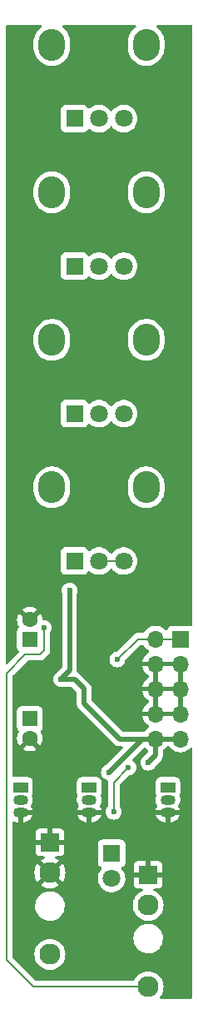
<source format=gbr>
%TF.GenerationSoftware,KiCad,Pcbnew,8.0.0*%
%TF.CreationDate,2024-08-25T22:12:22-07:00*%
%TF.ProjectId,adsr,61647372-2e6b-4696-9361-645f70636258,rev?*%
%TF.SameCoordinates,Original*%
%TF.FileFunction,Copper,L1,Top*%
%TF.FilePolarity,Positive*%
%FSLAX46Y46*%
G04 Gerber Fmt 4.6, Leading zero omitted, Abs format (unit mm)*
G04 Created by KiCad (PCBNEW 8.0.0) date 2024-08-25 22:12:22*
%MOMM*%
%LPD*%
G01*
G04 APERTURE LIST*
%TA.AperFunction,ComponentPad*%
%ADD10R,1.930000X1.830000*%
%TD*%
%TA.AperFunction,ComponentPad*%
%ADD11C,2.130000*%
%TD*%
%TA.AperFunction,ComponentPad*%
%ADD12R,1.500000X1.050000*%
%TD*%
%TA.AperFunction,ComponentPad*%
%ADD13O,1.500000X1.050000*%
%TD*%
%TA.AperFunction,ComponentPad*%
%ADD14O,2.720000X3.240000*%
%TD*%
%TA.AperFunction,ComponentPad*%
%ADD15R,1.800000X1.800000*%
%TD*%
%TA.AperFunction,ComponentPad*%
%ADD16C,1.800000*%
%TD*%
%TA.AperFunction,ComponentPad*%
%ADD17R,1.600000X1.600000*%
%TD*%
%TA.AperFunction,ComponentPad*%
%ADD18C,1.600000*%
%TD*%
%TA.AperFunction,ComponentPad*%
%ADD19R,1.700000X1.700000*%
%TD*%
%TA.AperFunction,ComponentPad*%
%ADD20O,1.700000X1.700000*%
%TD*%
%TA.AperFunction,ViaPad*%
%ADD21C,0.600000*%
%TD*%
%TA.AperFunction,Conductor*%
%ADD22C,0.200000*%
%TD*%
%TA.AperFunction,Conductor*%
%ADD23C,0.500000*%
%TD*%
G04 APERTURE END LIST*
D10*
%TO.P,J3,S*%
%TO.N,GND*%
X105000000Y-136900000D03*
D11*
%TO.P,J3,T*%
%TO.N,Net-(D6-A)*%
X105000000Y-148300000D03*
%TO.P,J3,TN*%
%TO.N,unconnected-(J3-PadTN)*%
X105000000Y-140000000D03*
%TD*%
D12*
%TO.P,Q3,1,C*%
%TO.N,Net-(Q3-C)*%
X107000000Y-128000000D03*
D13*
%TO.P,Q3,2,B*%
%TO.N,Net-(Q3-B)*%
X107000000Y-129270000D03*
%TO.P,Q3,3,E*%
%TO.N,GND*%
X107000000Y-130540000D03*
%TD*%
D14*
%TO.P,RV_REL1,*%
%TO.N,*%
X95200000Y-97500000D03*
X104800000Y-97500000D03*
D15*
%TO.P,RV_REL1,1,1*%
%TO.N,Net-(D3-K)*%
X97500000Y-105000000D03*
D16*
%TO.P,RV_REL1,2,2*%
%TO.N,Net-(R7-Pad2)*%
X100000000Y-105000000D03*
%TO.P,RV_REL1,3,3*%
X102500000Y-105000000D03*
%TD*%
D14*
%TO.P,RV_SUS1,*%
%TO.N,*%
X95200000Y-82500000D03*
X104800000Y-82500000D03*
D15*
%TO.P,RV_SUS1,1,1*%
%TO.N,Net-(U2-DIS)*%
X97500000Y-90000000D03*
D16*
%TO.P,RV_SUS1,2,2*%
%TO.N,Net-(U1A-+)*%
X100000000Y-90000000D03*
%TO.P,RV_SUS1,3,3*%
%TO.N,Net-(R9-Pad2)*%
X102500000Y-90000000D03*
%TD*%
D17*
%TO.P,C5,1*%
%TO.N,Net-(D3-A)*%
X92955112Y-112955112D03*
D18*
%TO.P,C5,2*%
%TO.N,GND*%
X92955112Y-110955112D03*
%TD*%
D15*
%TO.P,D6,1,K*%
%TO.N,Net-(D6-K)*%
X101275000Y-134725000D03*
D16*
%TO.P,D6,2,A*%
%TO.N,Net-(D6-A)*%
X101275000Y-137265000D03*
%TD*%
D17*
%TO.P,C4,1*%
%TO.N,Net-(U2-CV)*%
X92955112Y-121044886D03*
D18*
%TO.P,C4,2*%
%TO.N,GND*%
X92955112Y-123044886D03*
%TD*%
D14*
%TO.P,RV_DEC1,*%
%TO.N,*%
X95200000Y-67500000D03*
X104800000Y-67500000D03*
D15*
%TO.P,RV_DEC1,1,1*%
%TO.N,Net-(D5-K)*%
X97500000Y-75000000D03*
D16*
%TO.P,RV_DEC1,2,2*%
%TO.N,Net-(R10-Pad2)*%
X100000000Y-75000000D03*
%TO.P,RV_DEC1,3,3*%
X102500000Y-75000000D03*
%TD*%
D12*
%TO.P,Q2,1,C*%
%TO.N,Net-(Q2-C)*%
X99000000Y-128000000D03*
D13*
%TO.P,Q2,2,B*%
%TO.N,Net-(Q2-B)*%
X99000000Y-129270000D03*
%TO.P,Q2,3,E*%
%TO.N,GND*%
X99000000Y-130540000D03*
%TD*%
D12*
%TO.P,Q1,1,C*%
%TO.N,Net-(Q1-C)*%
X92000000Y-128000000D03*
D13*
%TO.P,Q1,2,B*%
%TO.N,Net-(D1-K)*%
X92000000Y-129270000D03*
%TO.P,Q1,3,E*%
%TO.N,GND*%
X92000000Y-130540000D03*
%TD*%
D10*
%TO.P,J1,S*%
%TO.N,GND*%
X95000000Y-133600000D03*
D11*
%TO.P,J1,T*%
%TO.N,Net-(J1-PadT)*%
X95000000Y-145000000D03*
%TO.P,J1,TN*%
%TO.N,GND*%
X95000000Y-136700000D03*
%TD*%
D14*
%TO.P,RV_ATT1,*%
%TO.N,*%
X95200000Y-52500000D03*
X104800000Y-52500000D03*
D15*
%TO.P,RV_ATT1,1,1*%
%TO.N,Net-(D4-A)*%
X97500000Y-60000000D03*
D16*
%TO.P,RV_ATT1,2,2*%
%TO.N,Net-(R8-Pad2)*%
X100000000Y-60000000D03*
%TO.P,RV_ATT1,3,3*%
X102500000Y-60000000D03*
%TD*%
D19*
%TO.P,J2,1,Pin_1*%
%TO.N,-12V*%
X108275000Y-112925000D03*
D20*
%TO.P,J2,2,Pin_2*%
X105735000Y-112925000D03*
%TO.P,J2,3,Pin_3*%
%TO.N,GND*%
X108275000Y-115465000D03*
%TO.P,J2,4,Pin_4*%
X105735000Y-115465000D03*
%TO.P,J2,5,Pin_5*%
X108275000Y-118005000D03*
%TO.P,J2,6,Pin_6*%
X105735000Y-118005000D03*
%TO.P,J2,7,Pin_7*%
X108275000Y-120545000D03*
%TO.P,J2,8,Pin_8*%
X105735000Y-120545000D03*
%TO.P,J2,9,Pin_9*%
%TO.N,+12V*%
X108275000Y-123085000D03*
%TO.P,J2,10,Pin_10*%
X105735000Y-123085000D03*
%TD*%
D21*
%TO.N,Net-(D2-K)*%
X103000000Y-126000000D03*
X101500000Y-130500000D03*
%TO.N,+12V*%
X97000000Y-108000000D03*
X105000000Y-125500000D03*
X101000000Y-126500000D03*
X96137500Y-117000000D03*
%TO.N,GND*%
X99000000Y-116000000D03*
X100174265Y-118174265D03*
X95000000Y-147000000D03*
%TO.N,-12V*%
X101862500Y-115000000D03*
%TO.N,Net-(D6-A)*%
X94400000Y-111800000D03*
%TD*%
D22*
%TO.N,Net-(D2-K)*%
X101500000Y-127500000D02*
X103000000Y-126000000D01*
X101500000Y-130500000D02*
X101500000Y-127500000D01*
D23*
%TO.N,+12V*%
X96137500Y-117000000D02*
X97500000Y-117000000D01*
X97000000Y-116137500D02*
X96137500Y-117000000D01*
X105735000Y-124765000D02*
X105735000Y-123085000D01*
X104415000Y-123085000D02*
X105735000Y-123085000D01*
X105000000Y-125500000D02*
X105735000Y-124765000D01*
X105735000Y-123085000D02*
X108275000Y-123085000D01*
X98500000Y-118000000D02*
X98500000Y-119500000D01*
X102085000Y-123085000D02*
X105735000Y-123085000D01*
X97000000Y-108000000D02*
X97000000Y-116137500D01*
X101000000Y-126500000D02*
X104415000Y-123085000D01*
X97500000Y-117000000D02*
X98500000Y-118000000D01*
X98500000Y-119500000D02*
X102085000Y-123085000D01*
D22*
%TO.N,-12V*%
X105735000Y-112925000D02*
X108275000Y-112925000D01*
X103937500Y-112925000D02*
X101862500Y-115000000D01*
X105735000Y-112925000D02*
X103937500Y-112925000D01*
%TO.N,Net-(D6-A)*%
X92500000Y-114500000D02*
X90600000Y-116400000D01*
X90600000Y-116400000D02*
X90600000Y-145600000D01*
X90600000Y-145600000D02*
X93300000Y-148300000D01*
X94400000Y-111800000D02*
X94400000Y-114100000D01*
X94400000Y-114100000D02*
X94000000Y-114500000D01*
X94000000Y-114500000D02*
X92500000Y-114500000D01*
X93300000Y-148300000D02*
X105000000Y-148300000D01*
%TO.N,Net-(R7-Pad2)*%
X100000000Y-105000000D02*
X102500000Y-105000000D01*
%TD*%
%TA.AperFunction,Conductor*%
%TO.N,GND*%
G36*
X94112502Y-50520185D02*
G01*
X94158257Y-50572989D01*
X94168201Y-50642147D01*
X94139176Y-50705703D01*
X94120949Y-50722876D01*
X93970656Y-50838199D01*
X93970649Y-50838205D01*
X93798205Y-51010649D01*
X93798199Y-51010656D01*
X93649738Y-51204135D01*
X93649727Y-51204151D01*
X93527791Y-51415348D01*
X93527786Y-51415359D01*
X93434459Y-51640669D01*
X93434456Y-51640679D01*
X93371335Y-51876253D01*
X93371333Y-51876264D01*
X93339500Y-52118048D01*
X93339500Y-52881951D01*
X93366013Y-53083333D01*
X93371334Y-53123744D01*
X93371335Y-53123746D01*
X93434456Y-53359320D01*
X93434459Y-53359330D01*
X93527786Y-53584640D01*
X93527791Y-53584651D01*
X93649727Y-53795848D01*
X93649738Y-53795864D01*
X93798199Y-53989343D01*
X93798205Y-53989350D01*
X93970649Y-54161794D01*
X93970655Y-54161799D01*
X94164144Y-54310268D01*
X94164151Y-54310272D01*
X94375348Y-54432208D01*
X94375353Y-54432210D01*
X94375356Y-54432212D01*
X94600679Y-54525544D01*
X94836256Y-54588666D01*
X95078056Y-54620500D01*
X95078063Y-54620500D01*
X95321937Y-54620500D01*
X95321944Y-54620500D01*
X95563744Y-54588666D01*
X95799321Y-54525544D01*
X96024644Y-54432212D01*
X96235856Y-54310268D01*
X96429345Y-54161799D01*
X96601799Y-53989345D01*
X96750268Y-53795856D01*
X96872212Y-53584644D01*
X96965544Y-53359321D01*
X97028666Y-53123744D01*
X97060500Y-52881944D01*
X97060500Y-52118056D01*
X97028666Y-51876256D01*
X96965544Y-51640679D01*
X96872212Y-51415356D01*
X96872210Y-51415353D01*
X96872208Y-51415348D01*
X96750272Y-51204151D01*
X96750268Y-51204144D01*
X96601799Y-51010655D01*
X96601794Y-51010649D01*
X96429350Y-50838205D01*
X96429343Y-50838199D01*
X96279051Y-50722876D01*
X96237848Y-50666448D01*
X96233693Y-50596702D01*
X96267905Y-50535782D01*
X96329623Y-50503029D01*
X96354537Y-50500500D01*
X103645463Y-50500500D01*
X103712502Y-50520185D01*
X103758257Y-50572989D01*
X103768201Y-50642147D01*
X103739176Y-50705703D01*
X103720949Y-50722876D01*
X103570656Y-50838199D01*
X103570649Y-50838205D01*
X103398205Y-51010649D01*
X103398199Y-51010656D01*
X103249738Y-51204135D01*
X103249727Y-51204151D01*
X103127791Y-51415348D01*
X103127786Y-51415359D01*
X103034459Y-51640669D01*
X103034456Y-51640679D01*
X102971335Y-51876253D01*
X102971333Y-51876264D01*
X102939500Y-52118048D01*
X102939500Y-52881951D01*
X102966013Y-53083333D01*
X102971334Y-53123744D01*
X102971335Y-53123746D01*
X103034456Y-53359320D01*
X103034459Y-53359330D01*
X103127786Y-53584640D01*
X103127791Y-53584651D01*
X103249727Y-53795848D01*
X103249738Y-53795864D01*
X103398199Y-53989343D01*
X103398205Y-53989350D01*
X103570649Y-54161794D01*
X103570655Y-54161799D01*
X103764144Y-54310268D01*
X103764151Y-54310272D01*
X103975348Y-54432208D01*
X103975353Y-54432210D01*
X103975356Y-54432212D01*
X104200679Y-54525544D01*
X104436256Y-54588666D01*
X104678056Y-54620500D01*
X104678063Y-54620500D01*
X104921937Y-54620500D01*
X104921944Y-54620500D01*
X105163744Y-54588666D01*
X105399321Y-54525544D01*
X105624644Y-54432212D01*
X105835856Y-54310268D01*
X106029345Y-54161799D01*
X106201799Y-53989345D01*
X106350268Y-53795856D01*
X106472212Y-53584644D01*
X106565544Y-53359321D01*
X106628666Y-53123744D01*
X106660500Y-52881944D01*
X106660500Y-52118056D01*
X106628666Y-51876256D01*
X106565544Y-51640679D01*
X106472212Y-51415356D01*
X106472210Y-51415353D01*
X106472208Y-51415348D01*
X106350272Y-51204151D01*
X106350268Y-51204144D01*
X106201799Y-51010655D01*
X106201794Y-51010649D01*
X106029350Y-50838205D01*
X106029343Y-50838199D01*
X105879051Y-50722876D01*
X105837848Y-50666448D01*
X105833693Y-50596702D01*
X105867905Y-50535782D01*
X105929623Y-50503029D01*
X105954537Y-50500500D01*
X109375500Y-50500500D01*
X109442539Y-50520185D01*
X109488294Y-50572989D01*
X109499500Y-50624500D01*
X109499500Y-111501906D01*
X109479815Y-111568945D01*
X109427011Y-111614700D01*
X109357853Y-111624644D01*
X109332167Y-111618088D01*
X109232482Y-111580908D01*
X109232483Y-111580908D01*
X109172883Y-111574501D01*
X109172881Y-111574500D01*
X109172873Y-111574500D01*
X109172864Y-111574500D01*
X107377129Y-111574500D01*
X107377123Y-111574501D01*
X107317516Y-111580908D01*
X107182671Y-111631202D01*
X107182664Y-111631206D01*
X107067455Y-111717452D01*
X107067452Y-111717455D01*
X106981206Y-111832664D01*
X106981203Y-111832669D01*
X106932189Y-111964083D01*
X106890317Y-112020016D01*
X106824853Y-112044433D01*
X106756580Y-112029581D01*
X106728326Y-112008430D01*
X106606402Y-111886506D01*
X106606395Y-111886501D01*
X106412834Y-111750967D01*
X106412830Y-111750965D01*
X106389532Y-111740101D01*
X106198663Y-111651097D01*
X106198659Y-111651096D01*
X106198655Y-111651094D01*
X105970413Y-111589938D01*
X105970403Y-111589936D01*
X105735001Y-111569341D01*
X105734999Y-111569341D01*
X105499596Y-111589936D01*
X105499586Y-111589938D01*
X105271344Y-111651094D01*
X105271335Y-111651098D01*
X105057171Y-111750964D01*
X105057169Y-111750965D01*
X104863597Y-111886505D01*
X104696506Y-112053596D01*
X104560965Y-112247170D01*
X104560962Y-112247175D01*
X104558289Y-112252909D01*
X104512115Y-112305346D01*
X104445909Y-112324500D01*
X103858443Y-112324500D01*
X103705713Y-112365423D01*
X103678602Y-112381077D01*
X103678601Y-112381077D01*
X103568787Y-112444477D01*
X103568782Y-112444481D01*
X103456978Y-112556286D01*
X101843965Y-114169298D01*
X101782642Y-114202783D01*
X101770168Y-114204837D01*
X101683250Y-114214630D01*
X101512978Y-114274210D01*
X101360237Y-114370184D01*
X101232684Y-114497737D01*
X101136711Y-114650476D01*
X101077131Y-114820745D01*
X101077130Y-114820750D01*
X101056935Y-114999996D01*
X101056935Y-115000003D01*
X101077130Y-115179249D01*
X101077131Y-115179254D01*
X101136711Y-115349523D01*
X101213711Y-115472067D01*
X101232684Y-115502262D01*
X101360238Y-115629816D01*
X101512978Y-115725789D01*
X101654384Y-115775269D01*
X101683245Y-115785368D01*
X101683250Y-115785369D01*
X101862496Y-115805565D01*
X101862500Y-115805565D01*
X101862504Y-115805565D01*
X102041749Y-115785369D01*
X102041752Y-115785368D01*
X102041755Y-115785368D01*
X102212022Y-115725789D01*
X102364762Y-115629816D01*
X102492316Y-115502262D01*
X102588289Y-115349522D01*
X102647868Y-115179255D01*
X102657661Y-115092329D01*
X102684726Y-115027918D01*
X102693190Y-115018543D01*
X104149916Y-113561819D01*
X104211239Y-113528334D01*
X104237597Y-113525500D01*
X104445909Y-113525500D01*
X104512948Y-113545185D01*
X104558292Y-113597097D01*
X104560965Y-113602830D01*
X104560966Y-113602831D01*
X104696501Y-113796395D01*
X104696506Y-113796402D01*
X104863597Y-113963493D01*
X104863603Y-113963498D01*
X105049594Y-114093730D01*
X105093219Y-114148307D01*
X105100413Y-114217805D01*
X105068890Y-114280160D01*
X105049595Y-114296880D01*
X104863922Y-114426890D01*
X104863920Y-114426891D01*
X104696891Y-114593920D01*
X104696886Y-114593926D01*
X104561400Y-114787420D01*
X104561399Y-114787422D01*
X104461570Y-115001507D01*
X104461567Y-115001513D01*
X104404364Y-115214999D01*
X104404364Y-115215000D01*
X105301988Y-115215000D01*
X105269075Y-115272007D01*
X105235000Y-115399174D01*
X105235000Y-115530826D01*
X105269075Y-115657993D01*
X105301988Y-115715000D01*
X104404364Y-115715000D01*
X104461567Y-115928486D01*
X104461570Y-115928492D01*
X104561399Y-116142578D01*
X104696894Y-116336082D01*
X104863917Y-116503105D01*
X105050031Y-116633425D01*
X105093656Y-116688003D01*
X105100848Y-116757501D01*
X105069326Y-116819856D01*
X105050031Y-116836575D01*
X104863922Y-116966890D01*
X104863920Y-116966891D01*
X104696891Y-117133920D01*
X104696886Y-117133926D01*
X104561400Y-117327420D01*
X104561399Y-117327422D01*
X104461570Y-117541507D01*
X104461567Y-117541513D01*
X104404364Y-117754999D01*
X104404364Y-117755000D01*
X105301988Y-117755000D01*
X105269075Y-117812007D01*
X105235000Y-117939174D01*
X105235000Y-118070826D01*
X105269075Y-118197993D01*
X105301988Y-118255000D01*
X104404364Y-118255000D01*
X104461567Y-118468486D01*
X104461570Y-118468492D01*
X104561399Y-118682578D01*
X104696894Y-118876082D01*
X104863917Y-119043105D01*
X105050031Y-119173425D01*
X105093656Y-119228003D01*
X105100848Y-119297501D01*
X105069326Y-119359856D01*
X105050031Y-119376575D01*
X104863922Y-119506890D01*
X104863920Y-119506891D01*
X104696891Y-119673920D01*
X104696886Y-119673926D01*
X104561400Y-119867420D01*
X104561399Y-119867422D01*
X104461570Y-120081507D01*
X104461567Y-120081513D01*
X104404364Y-120294999D01*
X104404364Y-120295000D01*
X105301988Y-120295000D01*
X105269075Y-120352007D01*
X105235000Y-120479174D01*
X105235000Y-120610826D01*
X105269075Y-120737993D01*
X105301988Y-120795000D01*
X104404364Y-120795000D01*
X104461567Y-121008486D01*
X104461570Y-121008492D01*
X104561399Y-121222578D01*
X104696894Y-121416082D01*
X104863917Y-121583105D01*
X105049595Y-121713119D01*
X105093219Y-121767696D01*
X105100412Y-121837195D01*
X105068890Y-121899549D01*
X105049595Y-121916269D01*
X104863594Y-122046508D01*
X104696506Y-122213596D01*
X104648874Y-122281623D01*
X104594297Y-122325248D01*
X104547299Y-122334500D01*
X102447229Y-122334500D01*
X102380190Y-122314815D01*
X102359548Y-122298181D01*
X99286819Y-119225451D01*
X99253334Y-119164128D01*
X99250500Y-119137770D01*
X99250500Y-117926081D01*
X99244763Y-117897242D01*
X99244763Y-117897240D01*
X99227809Y-117812007D01*
X99221659Y-117781088D01*
X99167408Y-117650117D01*
X99165764Y-117645522D01*
X99082954Y-117521588D01*
X99082953Y-117521587D01*
X99082951Y-117521584D01*
X98978416Y-117417049D01*
X98740616Y-117179249D01*
X97978421Y-116417052D01*
X97978414Y-116417046D01*
X97904729Y-116367812D01*
X97904728Y-116367812D01*
X97855501Y-116334919D01*
X97855491Y-116334914D01*
X97827047Y-116323132D01*
X97772643Y-116279290D01*
X97750579Y-116212996D01*
X97750500Y-116208571D01*
X97750500Y-108299972D01*
X97757458Y-108259017D01*
X97785368Y-108179254D01*
X97785369Y-108179249D01*
X97805565Y-108000003D01*
X97805565Y-107999996D01*
X97785369Y-107820750D01*
X97785368Y-107820745D01*
X97725788Y-107650476D01*
X97629815Y-107497737D01*
X97502262Y-107370184D01*
X97349523Y-107274211D01*
X97179254Y-107214631D01*
X97179249Y-107214630D01*
X97000004Y-107194435D01*
X96999996Y-107194435D01*
X96820750Y-107214630D01*
X96820745Y-107214631D01*
X96650476Y-107274211D01*
X96497737Y-107370184D01*
X96370184Y-107497737D01*
X96274211Y-107650476D01*
X96214631Y-107820745D01*
X96214630Y-107820750D01*
X96194435Y-107999996D01*
X96194435Y-108000003D01*
X96214630Y-108179249D01*
X96214631Y-108179254D01*
X96242542Y-108259017D01*
X96249500Y-108299972D01*
X96249500Y-115775269D01*
X96229815Y-115842308D01*
X96213181Y-115862950D01*
X95829437Y-116246693D01*
X95793373Y-116269370D01*
X95794250Y-116271191D01*
X95787975Y-116274212D01*
X95635237Y-116370184D01*
X95507684Y-116497737D01*
X95411711Y-116650476D01*
X95352131Y-116820745D01*
X95352130Y-116820750D01*
X95331935Y-116999996D01*
X95331935Y-117000003D01*
X95352130Y-117179249D01*
X95352131Y-117179254D01*
X95411711Y-117349523D01*
X95507684Y-117502262D01*
X95635238Y-117629816D01*
X95787978Y-117725789D01*
X95958245Y-117785368D01*
X95958250Y-117785369D01*
X96137496Y-117805565D01*
X96137500Y-117805565D01*
X96137504Y-117805565D01*
X96316749Y-117785369D01*
X96316752Y-117785368D01*
X96316755Y-117785368D01*
X96396517Y-117757457D01*
X96437472Y-117750500D01*
X97137770Y-117750500D01*
X97204809Y-117770185D01*
X97225451Y-117786819D01*
X97713181Y-118274548D01*
X97746666Y-118335871D01*
X97749500Y-118362229D01*
X97749500Y-119573918D01*
X97749500Y-119573920D01*
X97749499Y-119573920D01*
X97778340Y-119718907D01*
X97778343Y-119718917D01*
X97834914Y-119855492D01*
X97834915Y-119855494D01*
X97834916Y-119855495D01*
X97850839Y-119879326D01*
X97856193Y-119887338D01*
X97856194Y-119887341D01*
X97917046Y-119978414D01*
X97917052Y-119978421D01*
X101502049Y-123563416D01*
X101606584Y-123667951D01*
X101606587Y-123667953D01*
X101606588Y-123667954D01*
X101729494Y-123750077D01*
X101729496Y-123750078D01*
X101729505Y-123750084D01*
X101760275Y-123762829D01*
X101760276Y-123762830D01*
X101760277Y-123762830D01*
X101866088Y-123806659D01*
X101982241Y-123829763D01*
X102001468Y-123833587D01*
X102011081Y-123835500D01*
X102011082Y-123835500D01*
X102011083Y-123835500D01*
X102158918Y-123835500D01*
X102303771Y-123835500D01*
X102370810Y-123855185D01*
X102416565Y-123907989D01*
X102426509Y-123977147D01*
X102397484Y-124040703D01*
X102391454Y-124047177D01*
X102090978Y-124347653D01*
X100691937Y-125746693D01*
X100655873Y-125769370D01*
X100656750Y-125771191D01*
X100650475Y-125774212D01*
X100497737Y-125870184D01*
X100370184Y-125997737D01*
X100274211Y-126150476D01*
X100214631Y-126320745D01*
X100214630Y-126320750D01*
X100194435Y-126499996D01*
X100194435Y-126500003D01*
X100214630Y-126679249D01*
X100214631Y-126679254D01*
X100274211Y-126849523D01*
X100356766Y-126980908D01*
X100370184Y-127002262D01*
X100497738Y-127129816D01*
X100650478Y-127225789D01*
X100817951Y-127284390D01*
X100874727Y-127325112D01*
X100900475Y-127390064D01*
X100899937Y-127417609D01*
X100899499Y-127420937D01*
X100899499Y-127589046D01*
X100899500Y-127589059D01*
X100899500Y-129917587D01*
X100879815Y-129984626D01*
X100872450Y-129994896D01*
X100870186Y-129997734D01*
X100774211Y-130150476D01*
X100714631Y-130320745D01*
X100714630Y-130320750D01*
X100694435Y-130499996D01*
X100694435Y-130500003D01*
X100714630Y-130679249D01*
X100714631Y-130679254D01*
X100774211Y-130849523D01*
X100870184Y-131002262D01*
X100997738Y-131129816D01*
X101150478Y-131225789D01*
X101320745Y-131285368D01*
X101320750Y-131285369D01*
X101499996Y-131305565D01*
X101500000Y-131305565D01*
X101500004Y-131305565D01*
X101679249Y-131285369D01*
X101679252Y-131285368D01*
X101679255Y-131285368D01*
X101849522Y-131225789D01*
X102002262Y-131129816D01*
X102129816Y-131002262D01*
X102225789Y-130849522D01*
X102285368Y-130679255D01*
X102305565Y-130500000D01*
X102304509Y-130490630D01*
X102285369Y-130320750D01*
X102285368Y-130320745D01*
X102274610Y-130290000D01*
X102225789Y-130150478D01*
X102129816Y-129997738D01*
X102129814Y-129997736D01*
X102129813Y-129997734D01*
X102127550Y-129994896D01*
X102126659Y-129992715D01*
X102126111Y-129991842D01*
X102126264Y-129991745D01*
X102101144Y-129930209D01*
X102100500Y-129917587D01*
X102100500Y-129371007D01*
X105749500Y-129371007D01*
X105788907Y-129569119D01*
X105788909Y-129569127D01*
X105866212Y-129755754D01*
X105920204Y-129836558D01*
X105941081Y-129903235D01*
X105922596Y-129970615D01*
X105920204Y-129974337D01*
X105866655Y-130054479D01*
X105866654Y-130054481D01*
X105789390Y-130241016D01*
X105789387Y-130241025D01*
X105779647Y-130290000D01*
X106634134Y-130290000D01*
X106658326Y-130292383D01*
X106661123Y-130292939D01*
X106673995Y-130295499D01*
X106673996Y-130295500D01*
X106673997Y-130295500D01*
X106714170Y-130295500D01*
X106699925Y-130309745D01*
X106650556Y-130395255D01*
X106625000Y-130490630D01*
X106625000Y-130589370D01*
X106650556Y-130684745D01*
X106699925Y-130770255D01*
X106719670Y-130790000D01*
X105779647Y-130790000D01*
X105789387Y-130838974D01*
X105789390Y-130838983D01*
X105866652Y-131025513D01*
X105866659Y-131025526D01*
X105978829Y-131193399D01*
X105978832Y-131193403D01*
X106121596Y-131336167D01*
X106121600Y-131336170D01*
X106289473Y-131448340D01*
X106289486Y-131448347D01*
X106476016Y-131525609D01*
X106476025Y-131525612D01*
X106674041Y-131564999D01*
X106674045Y-131565000D01*
X106750000Y-131565000D01*
X106750000Y-130820330D01*
X106769745Y-130840075D01*
X106855255Y-130889444D01*
X106950630Y-130915000D01*
X107049370Y-130915000D01*
X107144745Y-130889444D01*
X107230255Y-130840075D01*
X107250000Y-130820330D01*
X107250000Y-131565000D01*
X107325955Y-131565000D01*
X107325958Y-131564999D01*
X107523974Y-131525612D01*
X107523983Y-131525609D01*
X107710513Y-131448347D01*
X107710526Y-131448340D01*
X107878399Y-131336170D01*
X107878403Y-131336167D01*
X108021167Y-131193403D01*
X108021170Y-131193399D01*
X108133340Y-131025526D01*
X108133347Y-131025513D01*
X108210609Y-130838983D01*
X108210612Y-130838974D01*
X108220353Y-130790000D01*
X107280330Y-130790000D01*
X107300075Y-130770255D01*
X107349444Y-130684745D01*
X107375000Y-130589370D01*
X107375000Y-130490630D01*
X107349444Y-130395255D01*
X107300075Y-130309745D01*
X107285830Y-130295500D01*
X107326004Y-130295500D01*
X107326004Y-130295499D01*
X107339473Y-130292820D01*
X107341674Y-130292383D01*
X107365866Y-130290000D01*
X108220353Y-130290000D01*
X108210612Y-130241025D01*
X108210609Y-130241016D01*
X108133347Y-130054486D01*
X108133343Y-130054479D01*
X108079795Y-129974340D01*
X108058917Y-129907662D01*
X108077401Y-129840282D01*
X108079733Y-129836652D01*
X108133786Y-129755756D01*
X108211091Y-129569127D01*
X108250500Y-129371003D01*
X108250500Y-129168997D01*
X108211091Y-128970873D01*
X108177673Y-128890198D01*
X108170205Y-128820730D01*
X108189964Y-128775340D01*
X108189547Y-128775112D01*
X108192095Y-128770444D01*
X108192972Y-128768431D01*
X108193796Y-128767331D01*
X108244091Y-128632483D01*
X108250500Y-128572873D01*
X108250499Y-127427128D01*
X108244091Y-127367517D01*
X108213451Y-127285368D01*
X108193797Y-127232671D01*
X108193793Y-127232664D01*
X108107547Y-127117455D01*
X108107544Y-127117452D01*
X107992335Y-127031206D01*
X107992328Y-127031202D01*
X107857482Y-126980908D01*
X107857483Y-126980908D01*
X107797883Y-126974501D01*
X107797881Y-126974500D01*
X107797873Y-126974500D01*
X107797864Y-126974500D01*
X106202129Y-126974500D01*
X106202123Y-126974501D01*
X106142516Y-126980908D01*
X106007671Y-127031202D01*
X106007664Y-127031206D01*
X105892455Y-127117452D01*
X105892452Y-127117455D01*
X105806206Y-127232664D01*
X105806202Y-127232671D01*
X105755908Y-127367517D01*
X105750165Y-127420943D01*
X105749501Y-127427123D01*
X105749500Y-127427135D01*
X105749500Y-128572870D01*
X105749501Y-128572876D01*
X105755908Y-128632483D01*
X105806202Y-128767328D01*
X105806203Y-128767330D01*
X105806204Y-128767331D01*
X105807028Y-128768432D01*
X105807509Y-128769721D01*
X105810454Y-128775114D01*
X105809678Y-128775537D01*
X105831448Y-128833895D01*
X105822325Y-128890198D01*
X105788910Y-128970868D01*
X105788907Y-128970880D01*
X105749500Y-129168992D01*
X105749500Y-129371007D01*
X102100500Y-129371007D01*
X102100500Y-127800096D01*
X102120185Y-127733057D01*
X102136815Y-127712419D01*
X103018535Y-126830698D01*
X103079856Y-126797215D01*
X103092311Y-126795163D01*
X103179255Y-126785368D01*
X103349522Y-126725789D01*
X103502262Y-126629816D01*
X103629816Y-126502262D01*
X103725789Y-126349522D01*
X103785368Y-126179255D01*
X103785369Y-126179249D01*
X103805565Y-126000003D01*
X103805565Y-125999996D01*
X103785369Y-125820750D01*
X103785368Y-125820745D01*
X103767391Y-125769370D01*
X103725789Y-125650478D01*
X103629816Y-125497738D01*
X103502262Y-125370184D01*
X103502260Y-125370182D01*
X103442878Y-125332870D01*
X103396588Y-125280536D01*
X103385940Y-125211482D01*
X103414315Y-125147634D01*
X103421159Y-125140207D01*
X104563055Y-123998310D01*
X104624376Y-123964827D01*
X104694068Y-123969811D01*
X104738415Y-123998312D01*
X104863595Y-124123492D01*
X104863598Y-124123494D01*
X104863599Y-124123495D01*
X104931623Y-124171125D01*
X104975248Y-124225701D01*
X104984500Y-124272700D01*
X104984500Y-124402769D01*
X104964815Y-124469808D01*
X104948181Y-124490450D01*
X104691937Y-124746693D01*
X104655876Y-124769362D01*
X104656756Y-124771188D01*
X104650478Y-124774211D01*
X104497737Y-124870184D01*
X104370184Y-124997737D01*
X104274211Y-125150476D01*
X104214631Y-125320745D01*
X104214630Y-125320750D01*
X104194435Y-125499996D01*
X104194435Y-125500003D01*
X104214630Y-125679249D01*
X104214631Y-125679254D01*
X104274211Y-125849523D01*
X104367341Y-125997737D01*
X104370184Y-126002262D01*
X104497738Y-126129816D01*
X104650478Y-126225789D01*
X104820745Y-126285368D01*
X104820750Y-126285369D01*
X104999996Y-126305565D01*
X105000000Y-126305565D01*
X105000004Y-126305565D01*
X105179249Y-126285369D01*
X105179252Y-126285368D01*
X105179255Y-126285368D01*
X105349522Y-126225789D01*
X105502262Y-126129816D01*
X105629816Y-126002262D01*
X105725789Y-125849522D01*
X105725790Y-125849518D01*
X105728811Y-125843246D01*
X105730655Y-125844134D01*
X105753305Y-125808061D01*
X106317952Y-125243416D01*
X106339289Y-125211482D01*
X106384040Y-125144508D01*
X106393216Y-125130772D01*
X106400084Y-125120495D01*
X106456658Y-124983913D01*
X106485500Y-124838918D01*
X106485500Y-124272700D01*
X106505185Y-124205661D01*
X106538375Y-124171126D01*
X106606401Y-124123495D01*
X106773495Y-123956401D01*
X106821127Y-123888376D01*
X106875704Y-123844751D01*
X106922701Y-123835500D01*
X107087299Y-123835500D01*
X107154338Y-123855185D01*
X107188873Y-123888376D01*
X107236505Y-123956401D01*
X107403599Y-124123495D01*
X107477187Y-124175022D01*
X107597165Y-124259032D01*
X107597167Y-124259033D01*
X107597170Y-124259035D01*
X107811337Y-124358903D01*
X108039592Y-124420063D01*
X108227918Y-124436539D01*
X108274999Y-124440659D01*
X108275000Y-124440659D01*
X108275001Y-124440659D01*
X108314234Y-124437226D01*
X108510408Y-124420063D01*
X108738663Y-124358903D01*
X108952830Y-124259035D01*
X109146401Y-124123495D01*
X109287819Y-123982077D01*
X109349142Y-123948592D01*
X109418834Y-123953576D01*
X109474767Y-123995448D01*
X109499184Y-124060912D01*
X109499500Y-124069758D01*
X109499500Y-149375500D01*
X109479815Y-149442539D01*
X109427011Y-149488294D01*
X109375500Y-149499500D01*
X106303276Y-149499500D01*
X106236237Y-149479815D01*
X106190482Y-149427011D01*
X106180538Y-149357853D01*
X106208986Y-149294969D01*
X106270430Y-149223026D01*
X106270433Y-149223023D01*
X106399184Y-149012920D01*
X106493483Y-148785262D01*
X106551007Y-148545655D01*
X106570341Y-148300000D01*
X106551007Y-148054345D01*
X106493483Y-147814738D01*
X106399184Y-147587080D01*
X106399184Y-147587079D01*
X106270436Y-147376981D01*
X106270435Y-147376979D01*
X106234280Y-147334648D01*
X106110399Y-147189601D01*
X105986516Y-147083795D01*
X105923020Y-147029564D01*
X105923018Y-147029563D01*
X105712920Y-146900815D01*
X105485264Y-146806517D01*
X105245658Y-146748993D01*
X105000000Y-146729659D01*
X104754341Y-146748993D01*
X104514735Y-146806517D01*
X104287079Y-146900815D01*
X104076981Y-147029563D01*
X104076979Y-147029564D01*
X103889601Y-147189601D01*
X103729564Y-147376979D01*
X103729563Y-147376981D01*
X103600817Y-147587076D01*
X103593647Y-147604387D01*
X103585956Y-147622953D01*
X103542117Y-147677355D01*
X103475823Y-147699421D01*
X103471396Y-147699500D01*
X93600098Y-147699500D01*
X93533059Y-147679815D01*
X93512417Y-147663181D01*
X91236819Y-145387583D01*
X91203334Y-145326260D01*
X91200500Y-145299902D01*
X91200500Y-145000000D01*
X93429659Y-145000000D01*
X93448993Y-145245658D01*
X93506517Y-145485264D01*
X93600815Y-145712920D01*
X93729563Y-145923018D01*
X93729564Y-145923020D01*
X93729567Y-145923023D01*
X93889601Y-146110399D01*
X94034648Y-146234280D01*
X94076979Y-146270435D01*
X94076981Y-146270436D01*
X94287079Y-146399184D01*
X94514735Y-146493482D01*
X94514736Y-146493482D01*
X94514738Y-146493483D01*
X94754345Y-146551007D01*
X95000000Y-146570341D01*
X95245655Y-146551007D01*
X95485262Y-146493483D01*
X95712920Y-146399184D01*
X95923023Y-146270433D01*
X96110399Y-146110399D01*
X96270433Y-145923023D01*
X96399184Y-145712920D01*
X96493483Y-145485262D01*
X96551007Y-145245655D01*
X96570341Y-145000000D01*
X96551007Y-144754345D01*
X96493483Y-144514738D01*
X96468896Y-144455380D01*
X96399184Y-144287079D01*
X96270436Y-144076981D01*
X96270435Y-144076979D01*
X96148388Y-143934081D01*
X96110399Y-143889601D01*
X95986516Y-143783795D01*
X95923020Y-143729564D01*
X95923018Y-143729563D01*
X95712920Y-143600815D01*
X95485264Y-143506517D01*
X95245658Y-143448993D01*
X95000000Y-143429659D01*
X94754341Y-143448993D01*
X94514735Y-143506517D01*
X94287079Y-143600815D01*
X94076981Y-143729563D01*
X94076979Y-143729564D01*
X93889601Y-143889601D01*
X93729564Y-144076979D01*
X93729563Y-144076981D01*
X93600815Y-144287079D01*
X93506517Y-144514735D01*
X93448993Y-144754341D01*
X93429659Y-145000000D01*
X91200500Y-145000000D01*
X91200500Y-143343225D01*
X103495307Y-143343225D01*
X103509507Y-143589474D01*
X103509507Y-143589479D01*
X103563731Y-143830092D01*
X103656533Y-144058636D01*
X103785412Y-144268947D01*
X103860393Y-144355507D01*
X103946908Y-144455382D01*
X104136687Y-144612939D01*
X104136690Y-144612941D01*
X104136696Y-144612945D01*
X104349650Y-144737385D01*
X104580072Y-144825375D01*
X104580075Y-144825375D01*
X104580079Y-144825377D01*
X104821785Y-144874553D01*
X105068278Y-144883592D01*
X105312936Y-144852250D01*
X105549191Y-144781370D01*
X105770697Y-144672856D01*
X105971505Y-144529621D01*
X106146223Y-144355512D01*
X106290158Y-144155205D01*
X106399445Y-143934079D01*
X106471149Y-143698074D01*
X106503344Y-143453526D01*
X106505141Y-143380000D01*
X106484930Y-143134171D01*
X106424841Y-142894945D01*
X106326486Y-142668744D01*
X106192508Y-142461645D01*
X106026504Y-142279210D01*
X105832932Y-142126336D01*
X105616991Y-142007130D01*
X105616982Y-142007126D01*
X105384491Y-141924796D01*
X105384471Y-141924791D01*
X105141644Y-141881538D01*
X105141652Y-141881538D01*
X104900496Y-141878592D01*
X104895007Y-141878525D01*
X104895006Y-141878525D01*
X104895005Y-141878525D01*
X104895004Y-141878525D01*
X104651190Y-141915834D01*
X104651180Y-141915837D01*
X104416732Y-141992466D01*
X104197951Y-142106356D01*
X104197948Y-142106358D01*
X104000698Y-142254456D01*
X103830289Y-142432779D01*
X103830279Y-142432792D01*
X103691287Y-142636547D01*
X103691285Y-142636552D01*
X103587439Y-142860268D01*
X103587436Y-142860276D01*
X103521520Y-143097960D01*
X103521519Y-143097967D01*
X103495307Y-143343225D01*
X91200500Y-143343225D01*
X91200500Y-140043225D01*
X93495307Y-140043225D01*
X93509507Y-140289474D01*
X93509507Y-140289479D01*
X93563731Y-140530092D01*
X93656533Y-140758636D01*
X93785412Y-140968947D01*
X93860393Y-141055507D01*
X93946908Y-141155382D01*
X94136687Y-141312939D01*
X94136690Y-141312941D01*
X94136696Y-141312945D01*
X94349650Y-141437385D01*
X94580072Y-141525375D01*
X94580075Y-141525375D01*
X94580079Y-141525377D01*
X94821785Y-141574553D01*
X95068278Y-141583592D01*
X95312936Y-141552250D01*
X95549191Y-141481370D01*
X95770697Y-141372856D01*
X95971505Y-141229621D01*
X96146223Y-141055512D01*
X96290158Y-140855205D01*
X96399445Y-140634079D01*
X96471149Y-140398074D01*
X96503344Y-140153526D01*
X96505141Y-140080000D01*
X96498564Y-140000000D01*
X103429659Y-140000000D01*
X103448993Y-140245658D01*
X103506517Y-140485264D01*
X103600815Y-140712920D01*
X103729563Y-140923018D01*
X103729564Y-140923020D01*
X103729567Y-140923023D01*
X103889601Y-141110399D01*
X104029190Y-141229619D01*
X104076979Y-141270435D01*
X104076981Y-141270436D01*
X104287079Y-141399184D01*
X104514735Y-141493482D01*
X104514736Y-141493482D01*
X104514738Y-141493483D01*
X104754345Y-141551007D01*
X105000000Y-141570341D01*
X105245655Y-141551007D01*
X105485262Y-141493483D01*
X105712920Y-141399184D01*
X105923023Y-141270433D01*
X106110399Y-141110399D01*
X106270433Y-140923023D01*
X106399184Y-140712920D01*
X106493483Y-140485262D01*
X106551007Y-140245655D01*
X106570341Y-140000000D01*
X106551007Y-139754345D01*
X106493483Y-139514738D01*
X106493482Y-139514735D01*
X106399184Y-139287079D01*
X106270436Y-139076981D01*
X106270435Y-139076979D01*
X106186932Y-138979210D01*
X106110399Y-138889601D01*
X105986516Y-138783795D01*
X105923020Y-138729564D01*
X105923018Y-138729563D01*
X105712919Y-138600815D01*
X105712920Y-138600815D01*
X105598838Y-138553561D01*
X105544435Y-138509720D01*
X105522370Y-138443426D01*
X105539649Y-138375726D01*
X105590787Y-138328116D01*
X105646291Y-138315000D01*
X106012828Y-138315000D01*
X106012844Y-138314999D01*
X106072372Y-138308598D01*
X106072379Y-138308596D01*
X106207086Y-138258354D01*
X106207093Y-138258350D01*
X106322187Y-138172190D01*
X106322190Y-138172187D01*
X106408350Y-138057093D01*
X106408354Y-138057086D01*
X106458596Y-137922379D01*
X106458598Y-137922372D01*
X106464999Y-137862844D01*
X106465000Y-137862827D01*
X106465000Y-137150000D01*
X105556706Y-137150000D01*
X105586558Y-137077931D01*
X105610000Y-136960080D01*
X105610000Y-136839920D01*
X105586558Y-136722069D01*
X105556706Y-136650000D01*
X106465000Y-136650000D01*
X106465000Y-135937172D01*
X106464999Y-135937155D01*
X106458598Y-135877627D01*
X106458596Y-135877620D01*
X106408354Y-135742913D01*
X106408350Y-135742906D01*
X106322190Y-135627812D01*
X106322187Y-135627809D01*
X106207093Y-135541649D01*
X106207086Y-135541645D01*
X106072379Y-135491403D01*
X106072372Y-135491401D01*
X106012844Y-135485000D01*
X105250000Y-135485000D01*
X105250000Y-136343293D01*
X105177931Y-136313442D01*
X105060080Y-136290000D01*
X104939920Y-136290000D01*
X104822069Y-136313442D01*
X104750000Y-136343293D01*
X104750000Y-135485000D01*
X103987155Y-135485000D01*
X103927627Y-135491401D01*
X103927620Y-135491403D01*
X103792913Y-135541645D01*
X103792906Y-135541649D01*
X103677812Y-135627809D01*
X103677809Y-135627812D01*
X103591649Y-135742906D01*
X103591645Y-135742913D01*
X103541403Y-135877620D01*
X103541401Y-135877627D01*
X103535000Y-135937155D01*
X103535000Y-136650000D01*
X104443294Y-136650000D01*
X104413442Y-136722069D01*
X104390000Y-136839920D01*
X104390000Y-136960080D01*
X104413442Y-137077931D01*
X104443294Y-137150000D01*
X103535000Y-137150000D01*
X103535000Y-137862844D01*
X103541401Y-137922372D01*
X103541403Y-137922379D01*
X103591645Y-138057086D01*
X103591649Y-138057093D01*
X103677809Y-138172187D01*
X103677812Y-138172190D01*
X103792906Y-138258350D01*
X103792913Y-138258354D01*
X103927620Y-138308596D01*
X103927627Y-138308598D01*
X103987155Y-138314999D01*
X103987172Y-138315000D01*
X104353709Y-138315000D01*
X104420748Y-138334685D01*
X104466503Y-138387489D01*
X104476447Y-138456647D01*
X104447422Y-138520203D01*
X104401162Y-138553561D01*
X104287079Y-138600815D01*
X104076981Y-138729563D01*
X104076979Y-138729564D01*
X103889601Y-138889601D01*
X103729564Y-139076979D01*
X103729563Y-139076981D01*
X103600815Y-139287079D01*
X103506517Y-139514735D01*
X103448993Y-139754341D01*
X103429659Y-140000000D01*
X96498564Y-140000000D01*
X96484930Y-139834171D01*
X96424841Y-139594945D01*
X96326486Y-139368744D01*
X96192508Y-139161645D01*
X96026504Y-138979210D01*
X95956276Y-138923747D01*
X95832935Y-138826338D01*
X95832932Y-138826336D01*
X95616991Y-138707130D01*
X95616982Y-138707126D01*
X95384491Y-138624796D01*
X95384471Y-138624791D01*
X95141644Y-138581538D01*
X95141652Y-138581538D01*
X94900496Y-138578592D01*
X94895007Y-138578525D01*
X94895006Y-138578525D01*
X94895005Y-138578525D01*
X94895004Y-138578525D01*
X94651190Y-138615834D01*
X94651180Y-138615837D01*
X94416732Y-138692466D01*
X94197951Y-138806356D01*
X94197948Y-138806358D01*
X94000698Y-138954456D01*
X93830289Y-139132779D01*
X93830279Y-139132792D01*
X93691287Y-139336547D01*
X93691285Y-139336552D01*
X93587439Y-139560268D01*
X93587436Y-139560276D01*
X93521520Y-139797960D01*
X93521519Y-139797967D01*
X93495307Y-140043225D01*
X91200500Y-140043225D01*
X91200500Y-136700000D01*
X93430161Y-136700000D01*
X93449487Y-136945574D01*
X93506992Y-137185102D01*
X93601262Y-137412692D01*
X93727597Y-137618849D01*
X94353036Y-136993410D01*
X94370807Y-137036311D01*
X94448507Y-137152598D01*
X94547402Y-137251493D01*
X94663689Y-137329193D01*
X94706589Y-137346962D01*
X94081149Y-137972401D01*
X94081149Y-137972402D01*
X94287307Y-138098737D01*
X94514897Y-138193007D01*
X94754426Y-138250512D01*
X94754425Y-138250512D01*
X95000000Y-138269838D01*
X95245574Y-138250512D01*
X95485102Y-138193007D01*
X95712689Y-138098738D01*
X95918849Y-137972401D01*
X95293410Y-137346963D01*
X95336311Y-137329193D01*
X95452598Y-137251493D01*
X95551493Y-137152598D01*
X95629193Y-137036311D01*
X95646962Y-136993410D01*
X96272401Y-137618849D01*
X96398738Y-137412689D01*
X96459910Y-137265006D01*
X99869700Y-137265006D01*
X99888864Y-137496297D01*
X99888866Y-137496308D01*
X99945842Y-137721300D01*
X100039075Y-137933848D01*
X100166016Y-138128147D01*
X100166019Y-138128151D01*
X100166021Y-138128153D01*
X100323216Y-138298913D01*
X100323219Y-138298915D01*
X100323222Y-138298918D01*
X100506365Y-138441464D01*
X100506371Y-138441468D01*
X100506374Y-138441470D01*
X100710497Y-138551936D01*
X100787948Y-138578525D01*
X100930015Y-138627297D01*
X100930017Y-138627297D01*
X100930019Y-138627298D01*
X101158951Y-138665500D01*
X101158952Y-138665500D01*
X101391048Y-138665500D01*
X101391049Y-138665500D01*
X101619981Y-138627298D01*
X101839503Y-138551936D01*
X102043626Y-138441470D01*
X102226784Y-138298913D01*
X102383979Y-138128153D01*
X102510924Y-137933849D01*
X102604157Y-137721300D01*
X102661134Y-137496305D01*
X102665752Y-137440575D01*
X102680300Y-137265006D01*
X102680300Y-137264993D01*
X102661135Y-137033702D01*
X102661133Y-137033691D01*
X102604157Y-136808699D01*
X102510924Y-136596151D01*
X102383983Y-136401852D01*
X102383980Y-136401849D01*
X102383979Y-136401847D01*
X102289195Y-136298884D01*
X102258275Y-136236232D01*
X102266135Y-136166806D01*
X102310283Y-136112651D01*
X102337095Y-136098722D01*
X102417326Y-136068798D01*
X102417326Y-136068797D01*
X102417331Y-136068796D01*
X102532546Y-135982546D01*
X102618796Y-135867331D01*
X102669091Y-135732483D01*
X102675500Y-135672873D01*
X102675499Y-133777128D01*
X102669091Y-133717517D01*
X102647668Y-133660080D01*
X102618797Y-133582671D01*
X102618793Y-133582664D01*
X102532547Y-133467455D01*
X102532544Y-133467452D01*
X102417335Y-133381206D01*
X102417328Y-133381202D01*
X102282482Y-133330908D01*
X102282483Y-133330908D01*
X102222883Y-133324501D01*
X102222881Y-133324500D01*
X102222873Y-133324500D01*
X102222864Y-133324500D01*
X100327129Y-133324500D01*
X100327123Y-133324501D01*
X100267516Y-133330908D01*
X100132671Y-133381202D01*
X100132664Y-133381206D01*
X100017455Y-133467452D01*
X100017452Y-133467455D01*
X99931206Y-133582664D01*
X99931202Y-133582671D01*
X99880908Y-133717517D01*
X99874501Y-133777116D01*
X99874501Y-133777123D01*
X99874500Y-133777135D01*
X99874500Y-135672870D01*
X99874501Y-135672876D01*
X99880908Y-135732483D01*
X99931202Y-135867328D01*
X99931206Y-135867335D01*
X100017452Y-135982544D01*
X100017455Y-135982547D01*
X100132664Y-136068793D01*
X100132673Y-136068798D01*
X100212904Y-136098722D01*
X100268838Y-136140593D01*
X100293256Y-136206057D01*
X100278405Y-136274330D01*
X100260802Y-136298886D01*
X100166019Y-136401849D01*
X100039075Y-136596151D01*
X99945842Y-136808699D01*
X99888866Y-137033691D01*
X99888864Y-137033702D01*
X99869700Y-137264993D01*
X99869700Y-137265006D01*
X96459910Y-137265006D01*
X96493007Y-137185102D01*
X96550512Y-136945574D01*
X96569838Y-136700000D01*
X96550512Y-136454425D01*
X96493007Y-136214897D01*
X96398737Y-135987307D01*
X96272401Y-135781149D01*
X95646962Y-136406588D01*
X95629193Y-136363689D01*
X95551493Y-136247402D01*
X95452598Y-136148507D01*
X95336311Y-136070807D01*
X95293410Y-136053036D01*
X95918849Y-135427597D01*
X95918849Y-135427596D01*
X95712691Y-135301262D01*
X95712688Y-135301260D01*
X95597530Y-135253561D01*
X95543126Y-135209720D01*
X95521061Y-135143426D01*
X95538340Y-135075727D01*
X95589477Y-135028116D01*
X95644982Y-135015000D01*
X96012828Y-135015000D01*
X96012844Y-135014999D01*
X96072372Y-135008598D01*
X96072379Y-135008596D01*
X96207086Y-134958354D01*
X96207093Y-134958350D01*
X96322187Y-134872190D01*
X96322190Y-134872187D01*
X96408350Y-134757093D01*
X96408354Y-134757086D01*
X96458596Y-134622379D01*
X96458598Y-134622372D01*
X96464999Y-134562844D01*
X96465000Y-134562827D01*
X96465000Y-133850000D01*
X95556706Y-133850000D01*
X95586558Y-133777931D01*
X95610000Y-133660080D01*
X95610000Y-133539920D01*
X95586558Y-133422069D01*
X95556706Y-133350000D01*
X96465000Y-133350000D01*
X96465000Y-132637172D01*
X96464999Y-132637155D01*
X96458598Y-132577627D01*
X96458596Y-132577620D01*
X96408354Y-132442913D01*
X96408350Y-132442906D01*
X96322190Y-132327812D01*
X96322187Y-132327809D01*
X96207093Y-132241649D01*
X96207086Y-132241645D01*
X96072379Y-132191403D01*
X96072372Y-132191401D01*
X96012844Y-132185000D01*
X95250000Y-132185000D01*
X95250000Y-133043293D01*
X95177931Y-133013442D01*
X95060080Y-132990000D01*
X94939920Y-132990000D01*
X94822069Y-133013442D01*
X94750000Y-133043293D01*
X94750000Y-132185000D01*
X93987155Y-132185000D01*
X93927627Y-132191401D01*
X93927620Y-132191403D01*
X93792913Y-132241645D01*
X93792906Y-132241649D01*
X93677812Y-132327809D01*
X93677809Y-132327812D01*
X93591649Y-132442906D01*
X93591645Y-132442913D01*
X93541403Y-132577620D01*
X93541401Y-132577627D01*
X93535000Y-132637155D01*
X93535000Y-133350000D01*
X94443294Y-133350000D01*
X94413442Y-133422069D01*
X94390000Y-133539920D01*
X94390000Y-133660080D01*
X94413442Y-133777931D01*
X94443294Y-133850000D01*
X93535000Y-133850000D01*
X93535000Y-134562844D01*
X93541401Y-134622372D01*
X93541403Y-134622379D01*
X93591645Y-134757086D01*
X93591649Y-134757093D01*
X93677809Y-134872187D01*
X93677812Y-134872190D01*
X93792906Y-134958350D01*
X93792913Y-134958354D01*
X93927620Y-135008596D01*
X93927627Y-135008598D01*
X93987155Y-135014999D01*
X93987172Y-135015000D01*
X94355018Y-135015000D01*
X94422057Y-135034685D01*
X94467812Y-135087489D01*
X94477756Y-135156647D01*
X94448731Y-135220203D01*
X94402470Y-135253561D01*
X94287311Y-135301260D01*
X94287308Y-135301262D01*
X94081149Y-135427597D01*
X94706589Y-136053036D01*
X94663689Y-136070807D01*
X94547402Y-136148507D01*
X94448507Y-136247402D01*
X94370807Y-136363689D01*
X94353037Y-136406589D01*
X93727597Y-135781149D01*
X93601262Y-135987307D01*
X93506992Y-136214897D01*
X93449487Y-136454425D01*
X93430161Y-136700000D01*
X91200500Y-136700000D01*
X91200500Y-131597066D01*
X91220185Y-131530027D01*
X91272989Y-131484272D01*
X91342147Y-131474328D01*
X91371952Y-131482505D01*
X91476016Y-131525609D01*
X91476025Y-131525612D01*
X91674041Y-131564999D01*
X91674045Y-131565000D01*
X91750000Y-131565000D01*
X91750000Y-130820330D01*
X91769745Y-130840075D01*
X91855255Y-130889444D01*
X91950630Y-130915000D01*
X92049370Y-130915000D01*
X92144745Y-130889444D01*
X92230255Y-130840075D01*
X92250000Y-130820330D01*
X92250000Y-131565000D01*
X92325955Y-131565000D01*
X92325958Y-131564999D01*
X92523974Y-131525612D01*
X92523983Y-131525609D01*
X92710513Y-131448347D01*
X92710526Y-131448340D01*
X92878399Y-131336170D01*
X92878403Y-131336167D01*
X93021167Y-131193403D01*
X93021170Y-131193399D01*
X93133340Y-131025526D01*
X93133347Y-131025513D01*
X93210609Y-130838983D01*
X93210612Y-130838974D01*
X93220353Y-130790000D01*
X92280330Y-130790000D01*
X92300075Y-130770255D01*
X92349444Y-130684745D01*
X92375000Y-130589370D01*
X92375000Y-130490630D01*
X92349444Y-130395255D01*
X92300075Y-130309745D01*
X92285830Y-130295500D01*
X92326004Y-130295500D01*
X92326004Y-130295499D01*
X92339473Y-130292820D01*
X92341674Y-130292383D01*
X92365866Y-130290000D01*
X93220353Y-130290000D01*
X93210612Y-130241025D01*
X93210609Y-130241016D01*
X93133347Y-130054486D01*
X93133343Y-130054479D01*
X93079795Y-129974340D01*
X93058917Y-129907662D01*
X93077401Y-129840282D01*
X93079733Y-129836652D01*
X93133786Y-129755756D01*
X93211091Y-129569127D01*
X93250499Y-129371007D01*
X97749500Y-129371007D01*
X97788907Y-129569119D01*
X97788909Y-129569127D01*
X97866212Y-129755754D01*
X97920204Y-129836558D01*
X97941081Y-129903235D01*
X97922596Y-129970615D01*
X97920204Y-129974337D01*
X97866655Y-130054479D01*
X97866654Y-130054481D01*
X97789390Y-130241016D01*
X97789387Y-130241025D01*
X97779647Y-130290000D01*
X98634134Y-130290000D01*
X98658326Y-130292383D01*
X98661123Y-130292939D01*
X98673995Y-130295499D01*
X98673996Y-130295500D01*
X98673997Y-130295500D01*
X98714170Y-130295500D01*
X98699925Y-130309745D01*
X98650556Y-130395255D01*
X98625000Y-130490630D01*
X98625000Y-130589370D01*
X98650556Y-130684745D01*
X98699925Y-130770255D01*
X98719670Y-130790000D01*
X97779647Y-130790000D01*
X97789387Y-130838974D01*
X97789390Y-130838983D01*
X97866652Y-131025513D01*
X97866659Y-131025526D01*
X97978829Y-131193399D01*
X97978832Y-131193403D01*
X98121596Y-131336167D01*
X98121600Y-131336170D01*
X98289473Y-131448340D01*
X98289486Y-131448347D01*
X98476016Y-131525609D01*
X98476025Y-131525612D01*
X98674041Y-131564999D01*
X98674045Y-131565000D01*
X98750000Y-131565000D01*
X98750000Y-130820330D01*
X98769745Y-130840075D01*
X98855255Y-130889444D01*
X98950630Y-130915000D01*
X99049370Y-130915000D01*
X99144745Y-130889444D01*
X99230255Y-130840075D01*
X99250000Y-130820330D01*
X99250000Y-131565000D01*
X99325955Y-131565000D01*
X99325958Y-131564999D01*
X99523974Y-131525612D01*
X99523983Y-131525609D01*
X99710513Y-131448347D01*
X99710526Y-131448340D01*
X99878399Y-131336170D01*
X99878403Y-131336167D01*
X100021167Y-131193403D01*
X100021170Y-131193399D01*
X100133340Y-131025526D01*
X100133347Y-131025513D01*
X100210609Y-130838983D01*
X100210612Y-130838974D01*
X100220353Y-130790000D01*
X99280330Y-130790000D01*
X99300075Y-130770255D01*
X99349444Y-130684745D01*
X99375000Y-130589370D01*
X99375000Y-130490630D01*
X99349444Y-130395255D01*
X99300075Y-130309745D01*
X99285830Y-130295500D01*
X99326004Y-130295500D01*
X99326004Y-130295499D01*
X99339473Y-130292820D01*
X99341674Y-130292383D01*
X99365866Y-130290000D01*
X100220353Y-130290000D01*
X100210612Y-130241025D01*
X100210609Y-130241016D01*
X100133347Y-130054486D01*
X100133343Y-130054479D01*
X100079795Y-129974340D01*
X100058917Y-129907662D01*
X100077401Y-129840282D01*
X100079733Y-129836652D01*
X100133786Y-129755756D01*
X100211091Y-129569127D01*
X100250500Y-129371003D01*
X100250500Y-129168997D01*
X100211091Y-128970873D01*
X100177673Y-128890198D01*
X100170205Y-128820730D01*
X100189964Y-128775340D01*
X100189547Y-128775112D01*
X100192095Y-128770444D01*
X100192972Y-128768431D01*
X100193796Y-128767331D01*
X100244091Y-128632483D01*
X100250500Y-128572873D01*
X100250499Y-127427128D01*
X100244091Y-127367517D01*
X100213451Y-127285368D01*
X100193797Y-127232671D01*
X100193793Y-127232664D01*
X100107547Y-127117455D01*
X100107544Y-127117452D01*
X99992335Y-127031206D01*
X99992328Y-127031202D01*
X99857482Y-126980908D01*
X99857483Y-126980908D01*
X99797883Y-126974501D01*
X99797881Y-126974500D01*
X99797873Y-126974500D01*
X99797864Y-126974500D01*
X98202129Y-126974500D01*
X98202123Y-126974501D01*
X98142516Y-126980908D01*
X98007671Y-127031202D01*
X98007664Y-127031206D01*
X97892455Y-127117452D01*
X97892452Y-127117455D01*
X97806206Y-127232664D01*
X97806202Y-127232671D01*
X97755908Y-127367517D01*
X97750165Y-127420943D01*
X97749501Y-127427123D01*
X97749500Y-127427135D01*
X97749500Y-128572870D01*
X97749501Y-128572876D01*
X97755908Y-128632483D01*
X97806202Y-128767328D01*
X97806203Y-128767330D01*
X97806204Y-128767331D01*
X97807028Y-128768432D01*
X97807509Y-128769721D01*
X97810454Y-128775114D01*
X97809678Y-128775537D01*
X97831448Y-128833895D01*
X97822325Y-128890198D01*
X97788910Y-128970868D01*
X97788907Y-128970880D01*
X97749500Y-129168992D01*
X97749500Y-129371007D01*
X93250499Y-129371007D01*
X93250500Y-129371003D01*
X93250500Y-129168997D01*
X93211091Y-128970873D01*
X93177673Y-128890198D01*
X93170205Y-128820730D01*
X93189964Y-128775340D01*
X93189547Y-128775112D01*
X93192095Y-128770444D01*
X93192972Y-128768431D01*
X93193796Y-128767331D01*
X93244091Y-128632483D01*
X93250500Y-128572873D01*
X93250499Y-127427128D01*
X93244091Y-127367517D01*
X93213451Y-127285368D01*
X93193797Y-127232671D01*
X93193793Y-127232664D01*
X93107547Y-127117455D01*
X93107544Y-127117452D01*
X92992335Y-127031206D01*
X92992328Y-127031202D01*
X92857482Y-126980908D01*
X92857483Y-126980908D01*
X92797883Y-126974501D01*
X92797881Y-126974500D01*
X92797873Y-126974500D01*
X92797865Y-126974500D01*
X91324500Y-126974500D01*
X91257461Y-126954815D01*
X91211706Y-126902011D01*
X91200500Y-126850500D01*
X91200500Y-123044888D01*
X91650146Y-123044888D01*
X91669970Y-123271485D01*
X91669972Y-123271496D01*
X91728842Y-123491203D01*
X91728847Y-123491217D01*
X91824975Y-123697364D01*
X91876086Y-123770358D01*
X92555112Y-123091332D01*
X92555112Y-123097547D01*
X92582371Y-123199280D01*
X92635032Y-123290492D01*
X92709506Y-123364966D01*
X92800718Y-123417627D01*
X92902451Y-123444886D01*
X92908665Y-123444886D01*
X92229638Y-124123911D01*
X92302625Y-124175018D01*
X92302633Y-124175022D01*
X92508780Y-124271150D01*
X92508794Y-124271155D01*
X92728501Y-124330025D01*
X92728512Y-124330027D01*
X92955110Y-124349852D01*
X92955114Y-124349852D01*
X93181711Y-124330027D01*
X93181722Y-124330025D01*
X93401429Y-124271155D01*
X93401443Y-124271150D01*
X93607590Y-124175022D01*
X93680583Y-124123910D01*
X93001559Y-123444886D01*
X93007773Y-123444886D01*
X93109506Y-123417627D01*
X93200718Y-123364966D01*
X93275192Y-123290492D01*
X93327853Y-123199280D01*
X93355112Y-123097547D01*
X93355112Y-123091333D01*
X94034136Y-123770357D01*
X94085248Y-123697364D01*
X94181376Y-123491217D01*
X94181381Y-123491203D01*
X94240251Y-123271496D01*
X94240253Y-123271485D01*
X94260078Y-123044888D01*
X94260078Y-123044883D01*
X94240253Y-122818286D01*
X94240251Y-122818275D01*
X94181381Y-122598568D01*
X94181377Y-122598559D01*
X94085246Y-122392404D01*
X94085242Y-122392398D01*
X94076300Y-122379626D01*
X94053973Y-122313420D01*
X94070985Y-122245653D01*
X94103566Y-122209237D01*
X94112658Y-122202432D01*
X94198908Y-122087217D01*
X94249203Y-121952369D01*
X94255612Y-121892759D01*
X94255611Y-120197014D01*
X94249203Y-120137403D01*
X94228357Y-120081513D01*
X94198909Y-120002557D01*
X94198905Y-120002550D01*
X94112658Y-119887340D01*
X94112656Y-119887338D01*
X93997447Y-119801092D01*
X93997440Y-119801088D01*
X93862594Y-119750794D01*
X93862595Y-119750794D01*
X93802995Y-119744387D01*
X93802993Y-119744386D01*
X93802985Y-119744386D01*
X93802976Y-119744386D01*
X92107241Y-119744386D01*
X92107235Y-119744387D01*
X92047628Y-119750794D01*
X91912783Y-119801088D01*
X91912776Y-119801092D01*
X91797567Y-119887338D01*
X91797566Y-119887340D01*
X91711318Y-120002550D01*
X91711314Y-120002557D01*
X91661020Y-120137403D01*
X91654613Y-120197002D01*
X91654613Y-120197009D01*
X91654612Y-120197021D01*
X91654612Y-121892756D01*
X91654613Y-121892762D01*
X91661020Y-121952369D01*
X91711314Y-122087214D01*
X91711318Y-122087221D01*
X91797564Y-122202430D01*
X91797565Y-122202430D01*
X91797566Y-122202432D01*
X91806657Y-122209237D01*
X91848528Y-122265168D01*
X91853514Y-122334860D01*
X91833925Y-122379622D01*
X91824983Y-122392393D01*
X91824980Y-122392398D01*
X91728846Y-122598559D01*
X91728842Y-122598568D01*
X91669972Y-122818275D01*
X91669970Y-122818286D01*
X91650146Y-123044883D01*
X91650146Y-123044888D01*
X91200500Y-123044888D01*
X91200500Y-116700097D01*
X91220185Y-116633058D01*
X91236819Y-116612416D01*
X92712417Y-115136819D01*
X92773740Y-115103334D01*
X92800098Y-115100500D01*
X93913331Y-115100500D01*
X93913347Y-115100501D01*
X93920943Y-115100501D01*
X94079054Y-115100501D01*
X94079057Y-115100501D01*
X94231785Y-115059577D01*
X94281904Y-115030639D01*
X94368716Y-114980520D01*
X94480520Y-114868716D01*
X94480520Y-114868714D01*
X94490728Y-114858507D01*
X94490730Y-114858504D01*
X94758506Y-114590728D01*
X94758511Y-114590724D01*
X94768714Y-114580520D01*
X94768716Y-114580520D01*
X94880520Y-114468716D01*
X94959577Y-114331784D01*
X94995182Y-114198903D01*
X95000500Y-114179058D01*
X95000500Y-114020943D01*
X95000500Y-112382412D01*
X95020185Y-112315373D01*
X95027555Y-112305097D01*
X95029810Y-112302267D01*
X95029816Y-112302262D01*
X95125789Y-112149522D01*
X95185368Y-111979255D01*
X95186691Y-111967517D01*
X95205565Y-111800003D01*
X95205565Y-111799996D01*
X95185369Y-111620750D01*
X95185368Y-111620745D01*
X95171428Y-111580908D01*
X95125789Y-111450478D01*
X95029816Y-111297738D01*
X94902262Y-111170184D01*
X94805694Y-111109506D01*
X94749523Y-111074211D01*
X94579254Y-111014631D01*
X94579249Y-111014630D01*
X94400004Y-110994435D01*
X94400003Y-110994435D01*
X94400001Y-110994435D01*
X94400000Y-110994435D01*
X94391178Y-110995428D01*
X94322357Y-110983372D01*
X94270979Y-110936022D01*
X94253770Y-110883015D01*
X94240253Y-110728512D01*
X94240251Y-110728501D01*
X94181381Y-110508794D01*
X94181376Y-110508780D01*
X94085248Y-110302633D01*
X94085244Y-110302625D01*
X94034137Y-110229638D01*
X93355112Y-110908663D01*
X93355112Y-110902451D01*
X93327853Y-110800718D01*
X93275192Y-110709506D01*
X93200718Y-110635032D01*
X93109506Y-110582371D01*
X93007773Y-110555112D01*
X93001560Y-110555112D01*
X93680584Y-109876086D01*
X93607590Y-109824975D01*
X93401443Y-109728847D01*
X93401429Y-109728842D01*
X93181722Y-109669972D01*
X93181711Y-109669970D01*
X92955114Y-109650146D01*
X92955110Y-109650146D01*
X92728512Y-109669970D01*
X92728501Y-109669972D01*
X92508794Y-109728842D01*
X92508785Y-109728846D01*
X92302628Y-109824978D01*
X92302624Y-109824980D01*
X92229638Y-109876085D01*
X92229638Y-109876086D01*
X92908665Y-110555112D01*
X92902451Y-110555112D01*
X92800718Y-110582371D01*
X92709506Y-110635032D01*
X92635032Y-110709506D01*
X92582371Y-110800718D01*
X92555112Y-110902451D01*
X92555112Y-110908664D01*
X91876086Y-110229638D01*
X91876085Y-110229638D01*
X91824980Y-110302624D01*
X91824978Y-110302628D01*
X91728846Y-110508785D01*
X91728842Y-110508794D01*
X91669972Y-110728501D01*
X91669970Y-110728512D01*
X91650146Y-110955109D01*
X91650146Y-110955114D01*
X91669970Y-111181711D01*
X91669972Y-111181722D01*
X91728842Y-111401429D01*
X91728846Y-111401438D01*
X91824977Y-111607593D01*
X91824980Y-111607597D01*
X91833924Y-111620372D01*
X91856250Y-111686579D01*
X91839237Y-111754346D01*
X91806661Y-111790757D01*
X91797568Y-111797564D01*
X91797563Y-111797569D01*
X91711318Y-111912776D01*
X91711314Y-111912783D01*
X91661020Y-112047629D01*
X91654613Y-112107228D01*
X91654612Y-112107247D01*
X91654612Y-113802982D01*
X91654613Y-113802988D01*
X91661020Y-113862595D01*
X91711314Y-113997440D01*
X91711318Y-113997447D01*
X91783396Y-114093730D01*
X91797566Y-114112658D01*
X91820569Y-114129878D01*
X91862438Y-114185809D01*
X91867423Y-114255500D01*
X91833939Y-114316824D01*
X91833938Y-114316824D01*
X90712181Y-115438582D01*
X90650858Y-115472067D01*
X90581166Y-115467083D01*
X90525233Y-115425211D01*
X90500816Y-115359747D01*
X90500500Y-115350901D01*
X90500500Y-105947870D01*
X96099500Y-105947870D01*
X96099501Y-105947876D01*
X96105908Y-106007483D01*
X96156202Y-106142328D01*
X96156206Y-106142335D01*
X96242452Y-106257544D01*
X96242455Y-106257547D01*
X96357664Y-106343793D01*
X96357671Y-106343797D01*
X96492517Y-106394091D01*
X96492516Y-106394091D01*
X96499444Y-106394835D01*
X96552127Y-106400500D01*
X98447872Y-106400499D01*
X98507483Y-106394091D01*
X98642331Y-106343796D01*
X98757546Y-106257546D01*
X98843796Y-106142331D01*
X98862092Y-106093274D01*
X98903961Y-106037342D01*
X98969425Y-106012924D01*
X99037699Y-106027775D01*
X99054436Y-106038755D01*
X99231365Y-106176464D01*
X99231371Y-106176468D01*
X99231374Y-106176470D01*
X99435497Y-106286936D01*
X99549487Y-106326068D01*
X99655015Y-106362297D01*
X99655017Y-106362297D01*
X99655019Y-106362298D01*
X99883951Y-106400500D01*
X99883952Y-106400500D01*
X100116048Y-106400500D01*
X100116049Y-106400500D01*
X100344981Y-106362298D01*
X100564503Y-106286936D01*
X100768626Y-106176470D01*
X100951784Y-106033913D01*
X101108979Y-105863153D01*
X101146191Y-105806196D01*
X101199337Y-105760839D01*
X101268569Y-105751415D01*
X101331904Y-105780917D01*
X101353809Y-105806196D01*
X101391016Y-105863147D01*
X101391019Y-105863151D01*
X101391021Y-105863153D01*
X101548216Y-106033913D01*
X101548219Y-106033915D01*
X101548222Y-106033918D01*
X101731365Y-106176464D01*
X101731371Y-106176468D01*
X101731374Y-106176470D01*
X101935497Y-106286936D01*
X102049487Y-106326068D01*
X102155015Y-106362297D01*
X102155017Y-106362297D01*
X102155019Y-106362298D01*
X102383951Y-106400500D01*
X102383952Y-106400500D01*
X102616048Y-106400500D01*
X102616049Y-106400500D01*
X102844981Y-106362298D01*
X103064503Y-106286936D01*
X103268626Y-106176470D01*
X103451784Y-106033913D01*
X103608979Y-105863153D01*
X103735924Y-105668849D01*
X103829157Y-105456300D01*
X103886134Y-105231305D01*
X103905300Y-105000000D01*
X103905300Y-104999993D01*
X103886135Y-104768702D01*
X103886133Y-104768691D01*
X103829157Y-104543699D01*
X103735924Y-104331151D01*
X103608983Y-104136852D01*
X103608980Y-104136849D01*
X103608979Y-104136847D01*
X103451784Y-103966087D01*
X103451779Y-103966083D01*
X103451777Y-103966081D01*
X103268634Y-103823535D01*
X103268628Y-103823531D01*
X103064504Y-103713064D01*
X103064495Y-103713061D01*
X102844984Y-103637702D01*
X102654450Y-103605908D01*
X102616049Y-103599500D01*
X102383951Y-103599500D01*
X102345550Y-103605908D01*
X102155015Y-103637702D01*
X101935504Y-103713061D01*
X101935495Y-103713064D01*
X101731371Y-103823531D01*
X101731365Y-103823535D01*
X101548222Y-103966081D01*
X101548219Y-103966084D01*
X101548216Y-103966086D01*
X101548216Y-103966087D01*
X101400500Y-104126551D01*
X101391015Y-104136854D01*
X101353808Y-104193804D01*
X101300662Y-104239161D01*
X101231430Y-104248584D01*
X101168095Y-104219082D01*
X101146192Y-104193804D01*
X101108984Y-104136854D01*
X101108982Y-104136852D01*
X101108979Y-104136847D01*
X100951784Y-103966087D01*
X100951779Y-103966083D01*
X100951777Y-103966081D01*
X100768634Y-103823535D01*
X100768628Y-103823531D01*
X100564504Y-103713064D01*
X100564495Y-103713061D01*
X100344984Y-103637702D01*
X100154450Y-103605908D01*
X100116049Y-103599500D01*
X99883951Y-103599500D01*
X99845550Y-103605908D01*
X99655015Y-103637702D01*
X99435504Y-103713061D01*
X99435495Y-103713064D01*
X99231372Y-103823531D01*
X99054436Y-103961245D01*
X98989442Y-103986887D01*
X98920902Y-103973320D01*
X98870577Y-103924852D01*
X98862092Y-103906723D01*
X98843798Y-103857673D01*
X98843793Y-103857664D01*
X98757547Y-103742455D01*
X98757544Y-103742452D01*
X98642335Y-103656206D01*
X98642328Y-103656202D01*
X98507482Y-103605908D01*
X98507483Y-103605908D01*
X98447883Y-103599501D01*
X98447881Y-103599500D01*
X98447873Y-103599500D01*
X98447864Y-103599500D01*
X96552129Y-103599500D01*
X96552123Y-103599501D01*
X96492516Y-103605908D01*
X96357671Y-103656202D01*
X96357664Y-103656206D01*
X96242455Y-103742452D01*
X96242452Y-103742455D01*
X96156206Y-103857664D01*
X96156202Y-103857671D01*
X96105908Y-103992517D01*
X96099501Y-104052116D01*
X96099500Y-104052135D01*
X96099500Y-105947870D01*
X90500500Y-105947870D01*
X90500500Y-97881951D01*
X93339500Y-97881951D01*
X93366013Y-98083333D01*
X93371334Y-98123744D01*
X93371335Y-98123746D01*
X93434456Y-98359320D01*
X93434459Y-98359330D01*
X93527786Y-98584640D01*
X93527791Y-98584651D01*
X93649727Y-98795848D01*
X93649738Y-98795864D01*
X93798199Y-98989343D01*
X93798205Y-98989350D01*
X93970649Y-99161794D01*
X93970655Y-99161799D01*
X94164144Y-99310268D01*
X94164151Y-99310272D01*
X94375348Y-99432208D01*
X94375353Y-99432210D01*
X94375356Y-99432212D01*
X94600679Y-99525544D01*
X94836256Y-99588666D01*
X95078056Y-99620500D01*
X95078063Y-99620500D01*
X95321937Y-99620500D01*
X95321944Y-99620500D01*
X95563744Y-99588666D01*
X95799321Y-99525544D01*
X96024644Y-99432212D01*
X96235856Y-99310268D01*
X96429345Y-99161799D01*
X96601799Y-98989345D01*
X96750268Y-98795856D01*
X96872212Y-98584644D01*
X96965544Y-98359321D01*
X97028666Y-98123744D01*
X97060499Y-97881951D01*
X102939500Y-97881951D01*
X102966013Y-98083333D01*
X102971334Y-98123744D01*
X102971335Y-98123746D01*
X103034456Y-98359320D01*
X103034459Y-98359330D01*
X103127786Y-98584640D01*
X103127791Y-98584651D01*
X103249727Y-98795848D01*
X103249738Y-98795864D01*
X103398199Y-98989343D01*
X103398205Y-98989350D01*
X103570649Y-99161794D01*
X103570655Y-99161799D01*
X103764144Y-99310268D01*
X103764151Y-99310272D01*
X103975348Y-99432208D01*
X103975353Y-99432210D01*
X103975356Y-99432212D01*
X104200679Y-99525544D01*
X104436256Y-99588666D01*
X104678056Y-99620500D01*
X104678063Y-99620500D01*
X104921937Y-99620500D01*
X104921944Y-99620500D01*
X105163744Y-99588666D01*
X105399321Y-99525544D01*
X105624644Y-99432212D01*
X105835856Y-99310268D01*
X106029345Y-99161799D01*
X106201799Y-98989345D01*
X106350268Y-98795856D01*
X106472212Y-98584644D01*
X106565544Y-98359321D01*
X106628666Y-98123744D01*
X106660500Y-97881944D01*
X106660500Y-97118056D01*
X106628666Y-96876256D01*
X106565544Y-96640679D01*
X106472212Y-96415356D01*
X106472210Y-96415353D01*
X106472208Y-96415348D01*
X106350272Y-96204151D01*
X106350268Y-96204144D01*
X106201799Y-96010655D01*
X106201794Y-96010649D01*
X106029350Y-95838205D01*
X106029343Y-95838199D01*
X105835864Y-95689738D01*
X105835862Y-95689736D01*
X105835856Y-95689732D01*
X105835851Y-95689729D01*
X105835848Y-95689727D01*
X105624651Y-95567791D01*
X105624640Y-95567786D01*
X105399330Y-95474459D01*
X105399323Y-95474457D01*
X105399321Y-95474456D01*
X105163744Y-95411334D01*
X105123333Y-95406013D01*
X104921951Y-95379500D01*
X104921944Y-95379500D01*
X104678056Y-95379500D01*
X104678048Y-95379500D01*
X104447896Y-95409801D01*
X104436256Y-95411334D01*
X104200679Y-95474456D01*
X104200669Y-95474459D01*
X103975359Y-95567786D01*
X103975348Y-95567791D01*
X103764151Y-95689727D01*
X103764135Y-95689738D01*
X103570656Y-95838199D01*
X103570649Y-95838205D01*
X103398205Y-96010649D01*
X103398199Y-96010656D01*
X103249738Y-96204135D01*
X103249727Y-96204151D01*
X103127791Y-96415348D01*
X103127786Y-96415359D01*
X103034459Y-96640669D01*
X103034456Y-96640679D01*
X102971335Y-96876253D01*
X102971333Y-96876264D01*
X102939500Y-97118048D01*
X102939500Y-97881951D01*
X97060499Y-97881951D01*
X97060500Y-97881944D01*
X97060500Y-97118056D01*
X97028666Y-96876256D01*
X96965544Y-96640679D01*
X96872212Y-96415356D01*
X96872210Y-96415353D01*
X96872208Y-96415348D01*
X96750272Y-96204151D01*
X96750268Y-96204144D01*
X96601799Y-96010655D01*
X96601794Y-96010649D01*
X96429350Y-95838205D01*
X96429343Y-95838199D01*
X96235864Y-95689738D01*
X96235862Y-95689736D01*
X96235856Y-95689732D01*
X96235851Y-95689729D01*
X96235848Y-95689727D01*
X96024651Y-95567791D01*
X96024640Y-95567786D01*
X95799330Y-95474459D01*
X95799323Y-95474457D01*
X95799321Y-95474456D01*
X95563744Y-95411334D01*
X95523333Y-95406013D01*
X95321951Y-95379500D01*
X95321944Y-95379500D01*
X95078056Y-95379500D01*
X95078048Y-95379500D01*
X94847896Y-95409801D01*
X94836256Y-95411334D01*
X94600679Y-95474456D01*
X94600669Y-95474459D01*
X94375359Y-95567786D01*
X94375348Y-95567791D01*
X94164151Y-95689727D01*
X94164135Y-95689738D01*
X93970656Y-95838199D01*
X93970649Y-95838205D01*
X93798205Y-96010649D01*
X93798199Y-96010656D01*
X93649738Y-96204135D01*
X93649727Y-96204151D01*
X93527791Y-96415348D01*
X93527786Y-96415359D01*
X93434459Y-96640669D01*
X93434456Y-96640679D01*
X93371335Y-96876253D01*
X93371333Y-96876264D01*
X93339500Y-97118048D01*
X93339500Y-97881951D01*
X90500500Y-97881951D01*
X90500500Y-90947870D01*
X96099500Y-90947870D01*
X96099501Y-90947876D01*
X96105908Y-91007483D01*
X96156202Y-91142328D01*
X96156206Y-91142335D01*
X96242452Y-91257544D01*
X96242455Y-91257547D01*
X96357664Y-91343793D01*
X96357671Y-91343797D01*
X96492517Y-91394091D01*
X96492516Y-91394091D01*
X96499444Y-91394835D01*
X96552127Y-91400500D01*
X98447872Y-91400499D01*
X98507483Y-91394091D01*
X98642331Y-91343796D01*
X98757546Y-91257546D01*
X98843796Y-91142331D01*
X98862092Y-91093274D01*
X98903961Y-91037342D01*
X98969425Y-91012924D01*
X99037699Y-91027775D01*
X99054436Y-91038755D01*
X99231365Y-91176464D01*
X99231371Y-91176468D01*
X99231374Y-91176470D01*
X99435497Y-91286936D01*
X99549487Y-91326068D01*
X99655015Y-91362297D01*
X99655017Y-91362297D01*
X99655019Y-91362298D01*
X99883951Y-91400500D01*
X99883952Y-91400500D01*
X100116048Y-91400500D01*
X100116049Y-91400500D01*
X100344981Y-91362298D01*
X100564503Y-91286936D01*
X100768626Y-91176470D01*
X100951784Y-91033913D01*
X101108979Y-90863153D01*
X101146191Y-90806196D01*
X101199337Y-90760839D01*
X101268569Y-90751415D01*
X101331904Y-90780917D01*
X101353809Y-90806196D01*
X101391016Y-90863147D01*
X101391019Y-90863151D01*
X101391021Y-90863153D01*
X101548216Y-91033913D01*
X101548219Y-91033915D01*
X101548222Y-91033918D01*
X101731365Y-91176464D01*
X101731371Y-91176468D01*
X101731374Y-91176470D01*
X101935497Y-91286936D01*
X102049487Y-91326068D01*
X102155015Y-91362297D01*
X102155017Y-91362297D01*
X102155019Y-91362298D01*
X102383951Y-91400500D01*
X102383952Y-91400500D01*
X102616048Y-91400500D01*
X102616049Y-91400500D01*
X102844981Y-91362298D01*
X103064503Y-91286936D01*
X103268626Y-91176470D01*
X103451784Y-91033913D01*
X103608979Y-90863153D01*
X103735924Y-90668849D01*
X103829157Y-90456300D01*
X103886134Y-90231305D01*
X103905300Y-90000000D01*
X103905300Y-89999993D01*
X103886135Y-89768702D01*
X103886133Y-89768691D01*
X103829157Y-89543699D01*
X103735924Y-89331151D01*
X103608983Y-89136852D01*
X103608980Y-89136849D01*
X103608979Y-89136847D01*
X103451784Y-88966087D01*
X103451779Y-88966083D01*
X103451777Y-88966081D01*
X103268634Y-88823535D01*
X103268628Y-88823531D01*
X103064504Y-88713064D01*
X103064495Y-88713061D01*
X102844984Y-88637702D01*
X102654450Y-88605908D01*
X102616049Y-88599500D01*
X102383951Y-88599500D01*
X102345550Y-88605908D01*
X102155015Y-88637702D01*
X101935504Y-88713061D01*
X101935495Y-88713064D01*
X101731371Y-88823531D01*
X101731365Y-88823535D01*
X101548222Y-88966081D01*
X101548219Y-88966084D01*
X101548216Y-88966086D01*
X101548216Y-88966087D01*
X101400500Y-89126551D01*
X101391015Y-89136854D01*
X101353808Y-89193804D01*
X101300662Y-89239161D01*
X101231430Y-89248584D01*
X101168095Y-89219082D01*
X101146192Y-89193804D01*
X101108984Y-89136854D01*
X101108982Y-89136852D01*
X101108979Y-89136847D01*
X100951784Y-88966087D01*
X100951779Y-88966083D01*
X100951777Y-88966081D01*
X100768634Y-88823535D01*
X100768628Y-88823531D01*
X100564504Y-88713064D01*
X100564495Y-88713061D01*
X100344984Y-88637702D01*
X100154450Y-88605908D01*
X100116049Y-88599500D01*
X99883951Y-88599500D01*
X99845550Y-88605908D01*
X99655015Y-88637702D01*
X99435504Y-88713061D01*
X99435495Y-88713064D01*
X99231372Y-88823531D01*
X99054436Y-88961245D01*
X98989442Y-88986887D01*
X98920902Y-88973320D01*
X98870577Y-88924852D01*
X98862092Y-88906723D01*
X98843798Y-88857673D01*
X98843793Y-88857664D01*
X98757547Y-88742455D01*
X98757544Y-88742452D01*
X98642335Y-88656206D01*
X98642328Y-88656202D01*
X98507482Y-88605908D01*
X98507483Y-88605908D01*
X98447883Y-88599501D01*
X98447881Y-88599500D01*
X98447873Y-88599500D01*
X98447864Y-88599500D01*
X96552129Y-88599500D01*
X96552123Y-88599501D01*
X96492516Y-88605908D01*
X96357671Y-88656202D01*
X96357664Y-88656206D01*
X96242455Y-88742452D01*
X96242452Y-88742455D01*
X96156206Y-88857664D01*
X96156202Y-88857671D01*
X96105908Y-88992517D01*
X96099501Y-89052116D01*
X96099500Y-89052135D01*
X96099500Y-90947870D01*
X90500500Y-90947870D01*
X90500500Y-82881951D01*
X93339500Y-82881951D01*
X93366013Y-83083333D01*
X93371334Y-83123744D01*
X93371335Y-83123746D01*
X93434456Y-83359320D01*
X93434459Y-83359330D01*
X93527786Y-83584640D01*
X93527791Y-83584651D01*
X93649727Y-83795848D01*
X93649738Y-83795864D01*
X93798199Y-83989343D01*
X93798205Y-83989350D01*
X93970649Y-84161794D01*
X93970655Y-84161799D01*
X94164144Y-84310268D01*
X94164151Y-84310272D01*
X94375348Y-84432208D01*
X94375353Y-84432210D01*
X94375356Y-84432212D01*
X94600679Y-84525544D01*
X94836256Y-84588666D01*
X95078056Y-84620500D01*
X95078063Y-84620500D01*
X95321937Y-84620500D01*
X95321944Y-84620500D01*
X95563744Y-84588666D01*
X95799321Y-84525544D01*
X96024644Y-84432212D01*
X96235856Y-84310268D01*
X96429345Y-84161799D01*
X96601799Y-83989345D01*
X96750268Y-83795856D01*
X96872212Y-83584644D01*
X96965544Y-83359321D01*
X97028666Y-83123744D01*
X97060499Y-82881951D01*
X102939500Y-82881951D01*
X102966013Y-83083333D01*
X102971334Y-83123744D01*
X102971335Y-83123746D01*
X103034456Y-83359320D01*
X103034459Y-83359330D01*
X103127786Y-83584640D01*
X103127791Y-83584651D01*
X103249727Y-83795848D01*
X103249738Y-83795864D01*
X103398199Y-83989343D01*
X103398205Y-83989350D01*
X103570649Y-84161794D01*
X103570655Y-84161799D01*
X103764144Y-84310268D01*
X103764151Y-84310272D01*
X103975348Y-84432208D01*
X103975353Y-84432210D01*
X103975356Y-84432212D01*
X104200679Y-84525544D01*
X104436256Y-84588666D01*
X104678056Y-84620500D01*
X104678063Y-84620500D01*
X104921937Y-84620500D01*
X104921944Y-84620500D01*
X105163744Y-84588666D01*
X105399321Y-84525544D01*
X105624644Y-84432212D01*
X105835856Y-84310268D01*
X106029345Y-84161799D01*
X106201799Y-83989345D01*
X106350268Y-83795856D01*
X106472212Y-83584644D01*
X106565544Y-83359321D01*
X106628666Y-83123744D01*
X106660500Y-82881944D01*
X106660500Y-82118056D01*
X106628666Y-81876256D01*
X106565544Y-81640679D01*
X106472212Y-81415356D01*
X106472210Y-81415353D01*
X106472208Y-81415348D01*
X106350272Y-81204151D01*
X106350268Y-81204144D01*
X106201799Y-81010655D01*
X106201794Y-81010649D01*
X106029350Y-80838205D01*
X106029343Y-80838199D01*
X105835864Y-80689738D01*
X105835862Y-80689736D01*
X105835856Y-80689732D01*
X105835851Y-80689729D01*
X105835848Y-80689727D01*
X105624651Y-80567791D01*
X105624640Y-80567786D01*
X105399330Y-80474459D01*
X105399323Y-80474457D01*
X105399321Y-80474456D01*
X105163744Y-80411334D01*
X105123333Y-80406013D01*
X104921951Y-80379500D01*
X104921944Y-80379500D01*
X104678056Y-80379500D01*
X104678048Y-80379500D01*
X104447896Y-80409801D01*
X104436256Y-80411334D01*
X104200679Y-80474456D01*
X104200669Y-80474459D01*
X103975359Y-80567786D01*
X103975348Y-80567791D01*
X103764151Y-80689727D01*
X103764135Y-80689738D01*
X103570656Y-80838199D01*
X103570649Y-80838205D01*
X103398205Y-81010649D01*
X103398199Y-81010656D01*
X103249738Y-81204135D01*
X103249727Y-81204151D01*
X103127791Y-81415348D01*
X103127786Y-81415359D01*
X103034459Y-81640669D01*
X103034456Y-81640679D01*
X102971335Y-81876253D01*
X102971333Y-81876264D01*
X102939500Y-82118048D01*
X102939500Y-82881951D01*
X97060499Y-82881951D01*
X97060500Y-82881944D01*
X97060500Y-82118056D01*
X97028666Y-81876256D01*
X96965544Y-81640679D01*
X96872212Y-81415356D01*
X96872210Y-81415353D01*
X96872208Y-81415348D01*
X96750272Y-81204151D01*
X96750268Y-81204144D01*
X96601799Y-81010655D01*
X96601794Y-81010649D01*
X96429350Y-80838205D01*
X96429343Y-80838199D01*
X96235864Y-80689738D01*
X96235862Y-80689736D01*
X96235856Y-80689732D01*
X96235851Y-80689729D01*
X96235848Y-80689727D01*
X96024651Y-80567791D01*
X96024640Y-80567786D01*
X95799330Y-80474459D01*
X95799323Y-80474457D01*
X95799321Y-80474456D01*
X95563744Y-80411334D01*
X95523333Y-80406013D01*
X95321951Y-80379500D01*
X95321944Y-80379500D01*
X95078056Y-80379500D01*
X95078048Y-80379500D01*
X94847896Y-80409801D01*
X94836256Y-80411334D01*
X94600679Y-80474456D01*
X94600669Y-80474459D01*
X94375359Y-80567786D01*
X94375348Y-80567791D01*
X94164151Y-80689727D01*
X94164135Y-80689738D01*
X93970656Y-80838199D01*
X93970649Y-80838205D01*
X93798205Y-81010649D01*
X93798199Y-81010656D01*
X93649738Y-81204135D01*
X93649727Y-81204151D01*
X93527791Y-81415348D01*
X93527786Y-81415359D01*
X93434459Y-81640669D01*
X93434456Y-81640679D01*
X93371335Y-81876253D01*
X93371333Y-81876264D01*
X93339500Y-82118048D01*
X93339500Y-82881951D01*
X90500500Y-82881951D01*
X90500500Y-75947870D01*
X96099500Y-75947870D01*
X96099501Y-75947876D01*
X96105908Y-76007483D01*
X96156202Y-76142328D01*
X96156206Y-76142335D01*
X96242452Y-76257544D01*
X96242455Y-76257547D01*
X96357664Y-76343793D01*
X96357671Y-76343797D01*
X96492517Y-76394091D01*
X96492516Y-76394091D01*
X96499444Y-76394835D01*
X96552127Y-76400500D01*
X98447872Y-76400499D01*
X98507483Y-76394091D01*
X98642331Y-76343796D01*
X98757546Y-76257546D01*
X98843796Y-76142331D01*
X98862092Y-76093274D01*
X98903961Y-76037342D01*
X98969425Y-76012924D01*
X99037699Y-76027775D01*
X99054436Y-76038755D01*
X99231365Y-76176464D01*
X99231371Y-76176468D01*
X99231374Y-76176470D01*
X99435497Y-76286936D01*
X99549487Y-76326068D01*
X99655015Y-76362297D01*
X99655017Y-76362297D01*
X99655019Y-76362298D01*
X99883951Y-76400500D01*
X99883952Y-76400500D01*
X100116048Y-76400500D01*
X100116049Y-76400500D01*
X100344981Y-76362298D01*
X100564503Y-76286936D01*
X100768626Y-76176470D01*
X100951784Y-76033913D01*
X101108979Y-75863153D01*
X101146191Y-75806196D01*
X101199337Y-75760839D01*
X101268569Y-75751415D01*
X101331904Y-75780917D01*
X101353809Y-75806196D01*
X101391016Y-75863147D01*
X101391019Y-75863151D01*
X101391021Y-75863153D01*
X101548216Y-76033913D01*
X101548219Y-76033915D01*
X101548222Y-76033918D01*
X101731365Y-76176464D01*
X101731371Y-76176468D01*
X101731374Y-76176470D01*
X101935497Y-76286936D01*
X102049487Y-76326068D01*
X102155015Y-76362297D01*
X102155017Y-76362297D01*
X102155019Y-76362298D01*
X102383951Y-76400500D01*
X102383952Y-76400500D01*
X102616048Y-76400500D01*
X102616049Y-76400500D01*
X102844981Y-76362298D01*
X103064503Y-76286936D01*
X103268626Y-76176470D01*
X103451784Y-76033913D01*
X103608979Y-75863153D01*
X103735924Y-75668849D01*
X103829157Y-75456300D01*
X103886134Y-75231305D01*
X103905300Y-75000000D01*
X103905300Y-74999993D01*
X103886135Y-74768702D01*
X103886133Y-74768691D01*
X103829157Y-74543699D01*
X103735924Y-74331151D01*
X103608983Y-74136852D01*
X103608980Y-74136849D01*
X103608979Y-74136847D01*
X103451784Y-73966087D01*
X103451779Y-73966083D01*
X103451777Y-73966081D01*
X103268634Y-73823535D01*
X103268628Y-73823531D01*
X103064504Y-73713064D01*
X103064495Y-73713061D01*
X102844984Y-73637702D01*
X102654450Y-73605908D01*
X102616049Y-73599500D01*
X102383951Y-73599500D01*
X102345550Y-73605908D01*
X102155015Y-73637702D01*
X101935504Y-73713061D01*
X101935495Y-73713064D01*
X101731371Y-73823531D01*
X101731365Y-73823535D01*
X101548222Y-73966081D01*
X101548219Y-73966084D01*
X101548216Y-73966086D01*
X101548216Y-73966087D01*
X101400500Y-74126551D01*
X101391015Y-74136854D01*
X101353808Y-74193804D01*
X101300662Y-74239161D01*
X101231430Y-74248584D01*
X101168095Y-74219082D01*
X101146192Y-74193804D01*
X101108984Y-74136854D01*
X101108982Y-74136852D01*
X101108979Y-74136847D01*
X100951784Y-73966087D01*
X100951779Y-73966083D01*
X100951777Y-73966081D01*
X100768634Y-73823535D01*
X100768628Y-73823531D01*
X100564504Y-73713064D01*
X100564495Y-73713061D01*
X100344984Y-73637702D01*
X100154450Y-73605908D01*
X100116049Y-73599500D01*
X99883951Y-73599500D01*
X99845550Y-73605908D01*
X99655015Y-73637702D01*
X99435504Y-73713061D01*
X99435495Y-73713064D01*
X99231372Y-73823531D01*
X99054436Y-73961245D01*
X98989442Y-73986887D01*
X98920902Y-73973320D01*
X98870577Y-73924852D01*
X98862092Y-73906723D01*
X98843798Y-73857673D01*
X98843793Y-73857664D01*
X98757547Y-73742455D01*
X98757544Y-73742452D01*
X98642335Y-73656206D01*
X98642328Y-73656202D01*
X98507482Y-73605908D01*
X98507483Y-73605908D01*
X98447883Y-73599501D01*
X98447881Y-73599500D01*
X98447873Y-73599500D01*
X98447864Y-73599500D01*
X96552129Y-73599500D01*
X96552123Y-73599501D01*
X96492516Y-73605908D01*
X96357671Y-73656202D01*
X96357664Y-73656206D01*
X96242455Y-73742452D01*
X96242452Y-73742455D01*
X96156206Y-73857664D01*
X96156202Y-73857671D01*
X96105908Y-73992517D01*
X96099501Y-74052116D01*
X96099500Y-74052135D01*
X96099500Y-75947870D01*
X90500500Y-75947870D01*
X90500500Y-67881951D01*
X93339500Y-67881951D01*
X93366013Y-68083333D01*
X93371334Y-68123744D01*
X93371335Y-68123746D01*
X93434456Y-68359320D01*
X93434459Y-68359330D01*
X93527786Y-68584640D01*
X93527791Y-68584651D01*
X93649727Y-68795848D01*
X93649738Y-68795864D01*
X93798199Y-68989343D01*
X93798205Y-68989350D01*
X93970649Y-69161794D01*
X93970655Y-69161799D01*
X94164144Y-69310268D01*
X94164151Y-69310272D01*
X94375348Y-69432208D01*
X94375353Y-69432210D01*
X94375356Y-69432212D01*
X94600679Y-69525544D01*
X94836256Y-69588666D01*
X95078056Y-69620500D01*
X95078063Y-69620500D01*
X95321937Y-69620500D01*
X95321944Y-69620500D01*
X95563744Y-69588666D01*
X95799321Y-69525544D01*
X96024644Y-69432212D01*
X96235856Y-69310268D01*
X96429345Y-69161799D01*
X96601799Y-68989345D01*
X96750268Y-68795856D01*
X96872212Y-68584644D01*
X96965544Y-68359321D01*
X97028666Y-68123744D01*
X97060499Y-67881951D01*
X102939500Y-67881951D01*
X102966013Y-68083333D01*
X102971334Y-68123744D01*
X102971335Y-68123746D01*
X103034456Y-68359320D01*
X103034459Y-68359330D01*
X103127786Y-68584640D01*
X103127791Y-68584651D01*
X103249727Y-68795848D01*
X103249738Y-68795864D01*
X103398199Y-68989343D01*
X103398205Y-68989350D01*
X103570649Y-69161794D01*
X103570655Y-69161799D01*
X103764144Y-69310268D01*
X103764151Y-69310272D01*
X103975348Y-69432208D01*
X103975353Y-69432210D01*
X103975356Y-69432212D01*
X104200679Y-69525544D01*
X104436256Y-69588666D01*
X104678056Y-69620500D01*
X104678063Y-69620500D01*
X104921937Y-69620500D01*
X104921944Y-69620500D01*
X105163744Y-69588666D01*
X105399321Y-69525544D01*
X105624644Y-69432212D01*
X105835856Y-69310268D01*
X106029345Y-69161799D01*
X106201799Y-68989345D01*
X106350268Y-68795856D01*
X106472212Y-68584644D01*
X106565544Y-68359321D01*
X106628666Y-68123744D01*
X106660500Y-67881944D01*
X106660500Y-67118056D01*
X106628666Y-66876256D01*
X106565544Y-66640679D01*
X106472212Y-66415356D01*
X106472210Y-66415353D01*
X106472208Y-66415348D01*
X106350272Y-66204151D01*
X106350268Y-66204144D01*
X106201799Y-66010655D01*
X106201794Y-66010649D01*
X106029350Y-65838205D01*
X106029343Y-65838199D01*
X105835864Y-65689738D01*
X105835862Y-65689736D01*
X105835856Y-65689732D01*
X105835851Y-65689729D01*
X105835848Y-65689727D01*
X105624651Y-65567791D01*
X105624640Y-65567786D01*
X105399330Y-65474459D01*
X105399323Y-65474457D01*
X105399321Y-65474456D01*
X105163744Y-65411334D01*
X105123333Y-65406013D01*
X104921951Y-65379500D01*
X104921944Y-65379500D01*
X104678056Y-65379500D01*
X104678048Y-65379500D01*
X104447896Y-65409801D01*
X104436256Y-65411334D01*
X104200679Y-65474456D01*
X104200669Y-65474459D01*
X103975359Y-65567786D01*
X103975348Y-65567791D01*
X103764151Y-65689727D01*
X103764135Y-65689738D01*
X103570656Y-65838199D01*
X103570649Y-65838205D01*
X103398205Y-66010649D01*
X103398199Y-66010656D01*
X103249738Y-66204135D01*
X103249727Y-66204151D01*
X103127791Y-66415348D01*
X103127786Y-66415359D01*
X103034459Y-66640669D01*
X103034456Y-66640679D01*
X102971335Y-66876253D01*
X102971333Y-66876264D01*
X102939500Y-67118048D01*
X102939500Y-67881951D01*
X97060499Y-67881951D01*
X97060500Y-67881944D01*
X97060500Y-67118056D01*
X97028666Y-66876256D01*
X96965544Y-66640679D01*
X96872212Y-66415356D01*
X96872210Y-66415353D01*
X96872208Y-66415348D01*
X96750272Y-66204151D01*
X96750268Y-66204144D01*
X96601799Y-66010655D01*
X96601794Y-66010649D01*
X96429350Y-65838205D01*
X96429343Y-65838199D01*
X96235864Y-65689738D01*
X96235862Y-65689736D01*
X96235856Y-65689732D01*
X96235851Y-65689729D01*
X96235848Y-65689727D01*
X96024651Y-65567791D01*
X96024640Y-65567786D01*
X95799330Y-65474459D01*
X95799323Y-65474457D01*
X95799321Y-65474456D01*
X95563744Y-65411334D01*
X95523333Y-65406013D01*
X95321951Y-65379500D01*
X95321944Y-65379500D01*
X95078056Y-65379500D01*
X95078048Y-65379500D01*
X94847896Y-65409801D01*
X94836256Y-65411334D01*
X94600679Y-65474456D01*
X94600669Y-65474459D01*
X94375359Y-65567786D01*
X94375348Y-65567791D01*
X94164151Y-65689727D01*
X94164135Y-65689738D01*
X93970656Y-65838199D01*
X93970649Y-65838205D01*
X93798205Y-66010649D01*
X93798199Y-66010656D01*
X93649738Y-66204135D01*
X93649727Y-66204151D01*
X93527791Y-66415348D01*
X93527786Y-66415359D01*
X93434459Y-66640669D01*
X93434456Y-66640679D01*
X93371335Y-66876253D01*
X93371333Y-66876264D01*
X93339500Y-67118048D01*
X93339500Y-67881951D01*
X90500500Y-67881951D01*
X90500500Y-60947870D01*
X96099500Y-60947870D01*
X96099501Y-60947876D01*
X96105908Y-61007483D01*
X96156202Y-61142328D01*
X96156206Y-61142335D01*
X96242452Y-61257544D01*
X96242455Y-61257547D01*
X96357664Y-61343793D01*
X96357671Y-61343797D01*
X96492517Y-61394091D01*
X96492516Y-61394091D01*
X96499444Y-61394835D01*
X96552127Y-61400500D01*
X98447872Y-61400499D01*
X98507483Y-61394091D01*
X98642331Y-61343796D01*
X98757546Y-61257546D01*
X98843796Y-61142331D01*
X98862092Y-61093274D01*
X98903961Y-61037342D01*
X98969425Y-61012924D01*
X99037699Y-61027775D01*
X99054436Y-61038755D01*
X99231365Y-61176464D01*
X99231371Y-61176468D01*
X99231374Y-61176470D01*
X99435497Y-61286936D01*
X99549487Y-61326068D01*
X99655015Y-61362297D01*
X99655017Y-61362297D01*
X99655019Y-61362298D01*
X99883951Y-61400500D01*
X99883952Y-61400500D01*
X100116048Y-61400500D01*
X100116049Y-61400500D01*
X100344981Y-61362298D01*
X100564503Y-61286936D01*
X100768626Y-61176470D01*
X100951784Y-61033913D01*
X101108979Y-60863153D01*
X101146191Y-60806196D01*
X101199337Y-60760839D01*
X101268569Y-60751415D01*
X101331904Y-60780917D01*
X101353809Y-60806196D01*
X101391016Y-60863147D01*
X101391019Y-60863151D01*
X101391021Y-60863153D01*
X101548216Y-61033913D01*
X101548219Y-61033915D01*
X101548222Y-61033918D01*
X101731365Y-61176464D01*
X101731371Y-61176468D01*
X101731374Y-61176470D01*
X101935497Y-61286936D01*
X102049487Y-61326068D01*
X102155015Y-61362297D01*
X102155017Y-61362297D01*
X102155019Y-61362298D01*
X102383951Y-61400500D01*
X102383952Y-61400500D01*
X102616048Y-61400500D01*
X102616049Y-61400500D01*
X102844981Y-61362298D01*
X103064503Y-61286936D01*
X103268626Y-61176470D01*
X103451784Y-61033913D01*
X103608979Y-60863153D01*
X103735924Y-60668849D01*
X103829157Y-60456300D01*
X103886134Y-60231305D01*
X103905300Y-60000000D01*
X103905300Y-59999993D01*
X103886135Y-59768702D01*
X103886133Y-59768691D01*
X103829157Y-59543699D01*
X103735924Y-59331151D01*
X103608983Y-59136852D01*
X103608980Y-59136849D01*
X103608979Y-59136847D01*
X103451784Y-58966087D01*
X103451779Y-58966083D01*
X103451777Y-58966081D01*
X103268634Y-58823535D01*
X103268628Y-58823531D01*
X103064504Y-58713064D01*
X103064495Y-58713061D01*
X102844984Y-58637702D01*
X102654450Y-58605908D01*
X102616049Y-58599500D01*
X102383951Y-58599500D01*
X102345550Y-58605908D01*
X102155015Y-58637702D01*
X101935504Y-58713061D01*
X101935495Y-58713064D01*
X101731371Y-58823531D01*
X101731365Y-58823535D01*
X101548222Y-58966081D01*
X101548219Y-58966084D01*
X101548216Y-58966086D01*
X101548216Y-58966087D01*
X101400500Y-59126551D01*
X101391015Y-59136854D01*
X101353808Y-59193804D01*
X101300662Y-59239161D01*
X101231430Y-59248584D01*
X101168095Y-59219082D01*
X101146192Y-59193804D01*
X101108984Y-59136854D01*
X101108982Y-59136852D01*
X101108979Y-59136847D01*
X100951784Y-58966087D01*
X100951779Y-58966083D01*
X100951777Y-58966081D01*
X100768634Y-58823535D01*
X100768628Y-58823531D01*
X100564504Y-58713064D01*
X100564495Y-58713061D01*
X100344984Y-58637702D01*
X100154450Y-58605908D01*
X100116049Y-58599500D01*
X99883951Y-58599500D01*
X99845550Y-58605908D01*
X99655015Y-58637702D01*
X99435504Y-58713061D01*
X99435495Y-58713064D01*
X99231372Y-58823531D01*
X99054436Y-58961245D01*
X98989442Y-58986887D01*
X98920902Y-58973320D01*
X98870577Y-58924852D01*
X98862092Y-58906723D01*
X98843798Y-58857673D01*
X98843793Y-58857664D01*
X98757547Y-58742455D01*
X98757544Y-58742452D01*
X98642335Y-58656206D01*
X98642328Y-58656202D01*
X98507482Y-58605908D01*
X98507483Y-58605908D01*
X98447883Y-58599501D01*
X98447881Y-58599500D01*
X98447873Y-58599500D01*
X98447864Y-58599500D01*
X96552129Y-58599500D01*
X96552123Y-58599501D01*
X96492516Y-58605908D01*
X96357671Y-58656202D01*
X96357664Y-58656206D01*
X96242455Y-58742452D01*
X96242452Y-58742455D01*
X96156206Y-58857664D01*
X96156202Y-58857671D01*
X96105908Y-58992517D01*
X96099501Y-59052116D01*
X96099500Y-59052135D01*
X96099500Y-60947870D01*
X90500500Y-60947870D01*
X90500500Y-50624500D01*
X90520185Y-50557461D01*
X90572989Y-50511706D01*
X90624500Y-50500500D01*
X94045463Y-50500500D01*
X94112502Y-50520185D01*
G37*
%TD.AperFunction*%
%TA.AperFunction,Conductor*%
G36*
X107809075Y-120352007D02*
G01*
X107775000Y-120479174D01*
X107775000Y-120610826D01*
X107809075Y-120737993D01*
X107841988Y-120795000D01*
X106168012Y-120795000D01*
X106200925Y-120737993D01*
X106235000Y-120610826D01*
X106235000Y-120479174D01*
X106200925Y-120352007D01*
X106168012Y-120295000D01*
X107841988Y-120295000D01*
X107809075Y-120352007D01*
G37*
%TD.AperFunction*%
%TA.AperFunction,Conductor*%
G36*
X105985000Y-120111988D02*
G01*
X105927993Y-120079075D01*
X105800826Y-120045000D01*
X105669174Y-120045000D01*
X105542007Y-120079075D01*
X105485000Y-120111988D01*
X105485000Y-118438012D01*
X105542007Y-118470925D01*
X105669174Y-118505000D01*
X105800826Y-118505000D01*
X105927993Y-118470925D01*
X105985000Y-118438012D01*
X105985000Y-120111988D01*
G37*
%TD.AperFunction*%
%TA.AperFunction,Conductor*%
G36*
X108525000Y-120111988D02*
G01*
X108467993Y-120079075D01*
X108340826Y-120045000D01*
X108209174Y-120045000D01*
X108082007Y-120079075D01*
X108025000Y-120111988D01*
X108025000Y-118438012D01*
X108082007Y-118470925D01*
X108209174Y-118505000D01*
X108340826Y-118505000D01*
X108467993Y-118470925D01*
X108525000Y-118438012D01*
X108525000Y-120111988D01*
G37*
%TD.AperFunction*%
%TA.AperFunction,Conductor*%
G36*
X107809075Y-117812007D02*
G01*
X107775000Y-117939174D01*
X107775000Y-118070826D01*
X107809075Y-118197993D01*
X107841988Y-118255000D01*
X106168012Y-118255000D01*
X106200925Y-118197993D01*
X106235000Y-118070826D01*
X106235000Y-117939174D01*
X106200925Y-117812007D01*
X106168012Y-117755000D01*
X107841988Y-117755000D01*
X107809075Y-117812007D01*
G37*
%TD.AperFunction*%
%TA.AperFunction,Conductor*%
G36*
X105985000Y-117571988D02*
G01*
X105927993Y-117539075D01*
X105800826Y-117505000D01*
X105669174Y-117505000D01*
X105542007Y-117539075D01*
X105485000Y-117571988D01*
X105485000Y-115898012D01*
X105542007Y-115930925D01*
X105669174Y-115965000D01*
X105800826Y-115965000D01*
X105927993Y-115930925D01*
X105985000Y-115898012D01*
X105985000Y-117571988D01*
G37*
%TD.AperFunction*%
%TA.AperFunction,Conductor*%
G36*
X108525000Y-117571988D02*
G01*
X108467993Y-117539075D01*
X108340826Y-117505000D01*
X108209174Y-117505000D01*
X108082007Y-117539075D01*
X108025000Y-117571988D01*
X108025000Y-115898012D01*
X108082007Y-115930925D01*
X108209174Y-115965000D01*
X108340826Y-115965000D01*
X108467993Y-115930925D01*
X108525000Y-115898012D01*
X108525000Y-117571988D01*
G37*
%TD.AperFunction*%
%TA.AperFunction,Conductor*%
G36*
X107809075Y-115272007D02*
G01*
X107775000Y-115399174D01*
X107775000Y-115530826D01*
X107809075Y-115657993D01*
X107841988Y-115715000D01*
X106168012Y-115715000D01*
X106200925Y-115657993D01*
X106235000Y-115530826D01*
X106235000Y-115399174D01*
X106200925Y-115272007D01*
X106168012Y-115215000D01*
X107841988Y-115215000D01*
X107809075Y-115272007D01*
G37*
%TD.AperFunction*%
%TD*%
M02*

</source>
